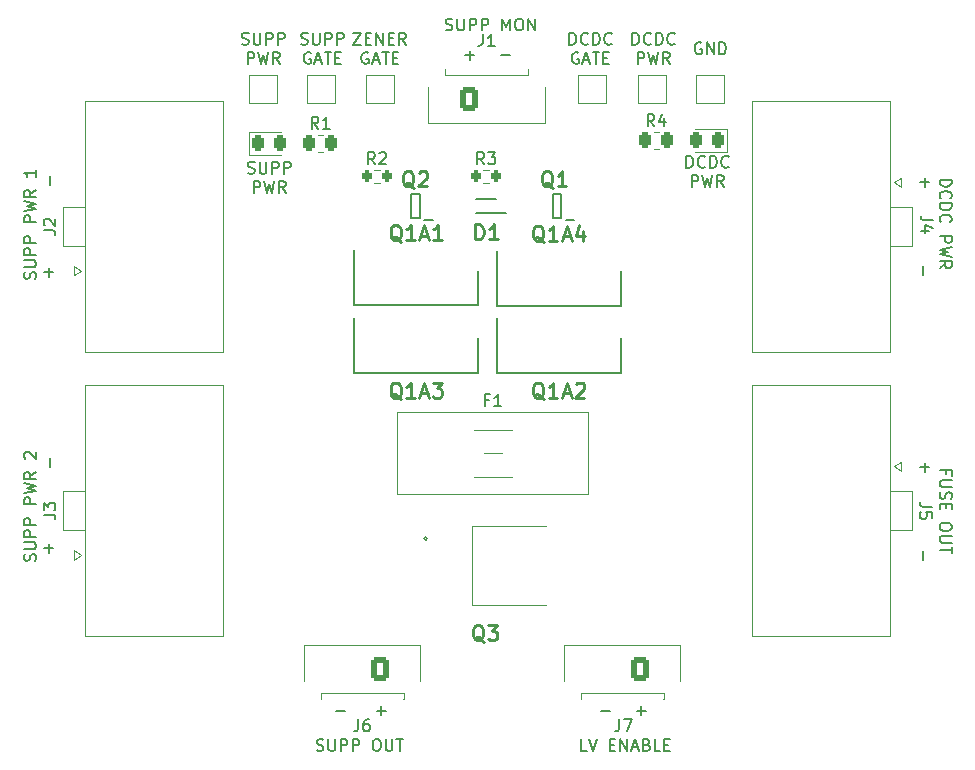
<source format=gto>
G04 #@! TF.GenerationSoftware,KiCad,Pcbnew,7.0.2*
G04 #@! TF.CreationDate,2023-08-29T10:55:17-05:00*
G04 #@! TF.ProjectId,Power-Secondary,506f7765-722d-4536-9563-6f6e64617279,rev?*
G04 #@! TF.SameCoordinates,Original*
G04 #@! TF.FileFunction,Legend,Top*
G04 #@! TF.FilePolarity,Positive*
%FSLAX46Y46*%
G04 Gerber Fmt 4.6, Leading zero omitted, Abs format (unit mm)*
G04 Created by KiCad (PCBNEW 7.0.2) date 2023-08-29 10:55:17*
%MOMM*%
%LPD*%
G01*
G04 APERTURE LIST*
G04 Aperture macros list*
%AMRoundRect*
0 Rectangle with rounded corners*
0 $1 Rounding radius*
0 $2 $3 $4 $5 $6 $7 $8 $9 X,Y pos of 4 corners*
0 Add a 4 corners polygon primitive as box body*
4,1,4,$2,$3,$4,$5,$6,$7,$8,$9,$2,$3,0*
0 Add four circle primitives for the rounded corners*
1,1,$1+$1,$2,$3*
1,1,$1+$1,$4,$5*
1,1,$1+$1,$6,$7*
1,1,$1+$1,$8,$9*
0 Add four rect primitives between the rounded corners*
20,1,$1+$1,$2,$3,$4,$5,0*
20,1,$1+$1,$4,$5,$6,$7,0*
20,1,$1+$1,$6,$7,$8,$9,0*
20,1,$1+$1,$8,$9,$2,$3,0*%
G04 Aperture macros list end*
%ADD10C,0.150000*%
%ADD11C,0.254000*%
%ADD12C,0.200000*%
%ADD13C,0.120000*%
%ADD14C,0.100000*%
%ADD15C,3.000000*%
%ADD16R,2.085000X2.085000*%
%ADD17C,2.085000*%
%ADD18R,3.430000X3.780000*%
%ADD19RoundRect,0.243750X-0.243750X-0.456250X0.243750X-0.456250X0.243750X0.456250X-0.243750X0.456250X0*%
%ADD20RoundRect,0.200000X-0.200000X-0.275000X0.200000X-0.275000X0.200000X0.275000X-0.200000X0.275000X0*%
%ADD21R,2.000000X2.000000*%
%ADD22R,0.750000X0.400000*%
%ADD23C,1.270000*%
%ADD24RoundRect,0.250001X0.499999X0.759999X-0.499999X0.759999X-0.499999X-0.759999X0.499999X-0.759999X0*%
%ADD25O,1.500000X2.020000*%
%ADD26C,2.780000*%
%ADD27RoundRect,0.243750X0.243750X0.456250X-0.243750X0.456250X-0.243750X-0.456250X0.243750X-0.456250X0*%
%ADD28RoundRect,0.250000X0.262500X0.450000X-0.262500X0.450000X-0.262500X-0.450000X0.262500X-0.450000X0*%
%ADD29R,1.100000X0.500000*%
%ADD30RoundRect,0.250001X-0.499999X-0.759999X0.499999X-0.759999X0.499999X0.759999X-0.499999X0.759999X0*%
%ADD31R,2.850000X1.250000*%
%ADD32R,6.500000X5.550000*%
%ADD33RoundRect,0.250000X-0.262500X-0.450000X0.262500X-0.450000X0.262500X0.450000X-0.262500X0.450000X0*%
G04 APERTURE END LIST*
D10*
X166010666Y-92011904D02*
X166010666Y-91250000D01*
X108316476Y-48296000D02*
X108459333Y-48343619D01*
X108459333Y-48343619D02*
X108697428Y-48343619D01*
X108697428Y-48343619D02*
X108792666Y-48296000D01*
X108792666Y-48296000D02*
X108840285Y-48248380D01*
X108840285Y-48248380D02*
X108887904Y-48153142D01*
X108887904Y-48153142D02*
X108887904Y-48057904D01*
X108887904Y-48057904D02*
X108840285Y-47962666D01*
X108840285Y-47962666D02*
X108792666Y-47915047D01*
X108792666Y-47915047D02*
X108697428Y-47867428D01*
X108697428Y-47867428D02*
X108506952Y-47819809D01*
X108506952Y-47819809D02*
X108411714Y-47772190D01*
X108411714Y-47772190D02*
X108364095Y-47724571D01*
X108364095Y-47724571D02*
X108316476Y-47629333D01*
X108316476Y-47629333D02*
X108316476Y-47534095D01*
X108316476Y-47534095D02*
X108364095Y-47438857D01*
X108364095Y-47438857D02*
X108411714Y-47391238D01*
X108411714Y-47391238D02*
X108506952Y-47343619D01*
X108506952Y-47343619D02*
X108745047Y-47343619D01*
X108745047Y-47343619D02*
X108887904Y-47391238D01*
X109316476Y-47343619D02*
X109316476Y-48153142D01*
X109316476Y-48153142D02*
X109364095Y-48248380D01*
X109364095Y-48248380D02*
X109411714Y-48296000D01*
X109411714Y-48296000D02*
X109506952Y-48343619D01*
X109506952Y-48343619D02*
X109697428Y-48343619D01*
X109697428Y-48343619D02*
X109792666Y-48296000D01*
X109792666Y-48296000D02*
X109840285Y-48248380D01*
X109840285Y-48248380D02*
X109887904Y-48153142D01*
X109887904Y-48153142D02*
X109887904Y-47343619D01*
X110364095Y-48343619D02*
X110364095Y-47343619D01*
X110364095Y-47343619D02*
X110745047Y-47343619D01*
X110745047Y-47343619D02*
X110840285Y-47391238D01*
X110840285Y-47391238D02*
X110887904Y-47438857D01*
X110887904Y-47438857D02*
X110935523Y-47534095D01*
X110935523Y-47534095D02*
X110935523Y-47676952D01*
X110935523Y-47676952D02*
X110887904Y-47772190D01*
X110887904Y-47772190D02*
X110840285Y-47819809D01*
X110840285Y-47819809D02*
X110745047Y-47867428D01*
X110745047Y-47867428D02*
X110364095Y-47867428D01*
X111364095Y-48343619D02*
X111364095Y-47343619D01*
X111364095Y-47343619D02*
X111745047Y-47343619D01*
X111745047Y-47343619D02*
X111840285Y-47391238D01*
X111840285Y-47391238D02*
X111887904Y-47438857D01*
X111887904Y-47438857D02*
X111935523Y-47534095D01*
X111935523Y-47534095D02*
X111935523Y-47676952D01*
X111935523Y-47676952D02*
X111887904Y-47772190D01*
X111887904Y-47772190D02*
X111840285Y-47819809D01*
X111840285Y-47819809D02*
X111745047Y-47867428D01*
X111745047Y-47867428D02*
X111364095Y-47867428D01*
X108792667Y-49963619D02*
X108792667Y-48963619D01*
X108792667Y-48963619D02*
X109173619Y-48963619D01*
X109173619Y-48963619D02*
X109268857Y-49011238D01*
X109268857Y-49011238D02*
X109316476Y-49058857D01*
X109316476Y-49058857D02*
X109364095Y-49154095D01*
X109364095Y-49154095D02*
X109364095Y-49296952D01*
X109364095Y-49296952D02*
X109316476Y-49392190D01*
X109316476Y-49392190D02*
X109268857Y-49439809D01*
X109268857Y-49439809D02*
X109173619Y-49487428D01*
X109173619Y-49487428D02*
X108792667Y-49487428D01*
X109697429Y-48963619D02*
X109935524Y-49963619D01*
X109935524Y-49963619D02*
X110126000Y-49249333D01*
X110126000Y-49249333D02*
X110316476Y-49963619D01*
X110316476Y-49963619D02*
X110554572Y-48963619D01*
X111506952Y-49963619D02*
X111173619Y-49487428D01*
X110935524Y-49963619D02*
X110935524Y-48963619D01*
X110935524Y-48963619D02*
X111316476Y-48963619D01*
X111316476Y-48963619D02*
X111411714Y-49011238D01*
X111411714Y-49011238D02*
X111459333Y-49058857D01*
X111459333Y-49058857D02*
X111506952Y-49154095D01*
X111506952Y-49154095D02*
X111506952Y-49296952D01*
X111506952Y-49296952D02*
X111459333Y-49392190D01*
X111459333Y-49392190D02*
X111411714Y-49439809D01*
X111411714Y-49439809D02*
X111316476Y-49487428D01*
X111316476Y-49487428D02*
X110935524Y-49487428D01*
X125556476Y-47089000D02*
X125699333Y-47136619D01*
X125699333Y-47136619D02*
X125937428Y-47136619D01*
X125937428Y-47136619D02*
X126032666Y-47089000D01*
X126032666Y-47089000D02*
X126080285Y-47041380D01*
X126080285Y-47041380D02*
X126127904Y-46946142D01*
X126127904Y-46946142D02*
X126127904Y-46850904D01*
X126127904Y-46850904D02*
X126080285Y-46755666D01*
X126080285Y-46755666D02*
X126032666Y-46708047D01*
X126032666Y-46708047D02*
X125937428Y-46660428D01*
X125937428Y-46660428D02*
X125746952Y-46612809D01*
X125746952Y-46612809D02*
X125651714Y-46565190D01*
X125651714Y-46565190D02*
X125604095Y-46517571D01*
X125604095Y-46517571D02*
X125556476Y-46422333D01*
X125556476Y-46422333D02*
X125556476Y-46327095D01*
X125556476Y-46327095D02*
X125604095Y-46231857D01*
X125604095Y-46231857D02*
X125651714Y-46184238D01*
X125651714Y-46184238D02*
X125746952Y-46136619D01*
X125746952Y-46136619D02*
X125985047Y-46136619D01*
X125985047Y-46136619D02*
X126127904Y-46184238D01*
X126556476Y-46136619D02*
X126556476Y-46946142D01*
X126556476Y-46946142D02*
X126604095Y-47041380D01*
X126604095Y-47041380D02*
X126651714Y-47089000D01*
X126651714Y-47089000D02*
X126746952Y-47136619D01*
X126746952Y-47136619D02*
X126937428Y-47136619D01*
X126937428Y-47136619D02*
X127032666Y-47089000D01*
X127032666Y-47089000D02*
X127080285Y-47041380D01*
X127080285Y-47041380D02*
X127127904Y-46946142D01*
X127127904Y-46946142D02*
X127127904Y-46136619D01*
X127604095Y-47136619D02*
X127604095Y-46136619D01*
X127604095Y-46136619D02*
X127985047Y-46136619D01*
X127985047Y-46136619D02*
X128080285Y-46184238D01*
X128080285Y-46184238D02*
X128127904Y-46231857D01*
X128127904Y-46231857D02*
X128175523Y-46327095D01*
X128175523Y-46327095D02*
X128175523Y-46469952D01*
X128175523Y-46469952D02*
X128127904Y-46565190D01*
X128127904Y-46565190D02*
X128080285Y-46612809D01*
X128080285Y-46612809D02*
X127985047Y-46660428D01*
X127985047Y-46660428D02*
X127604095Y-46660428D01*
X128604095Y-47136619D02*
X128604095Y-46136619D01*
X128604095Y-46136619D02*
X128985047Y-46136619D01*
X128985047Y-46136619D02*
X129080285Y-46184238D01*
X129080285Y-46184238D02*
X129127904Y-46231857D01*
X129127904Y-46231857D02*
X129175523Y-46327095D01*
X129175523Y-46327095D02*
X129175523Y-46469952D01*
X129175523Y-46469952D02*
X129127904Y-46565190D01*
X129127904Y-46565190D02*
X129080285Y-46612809D01*
X129080285Y-46612809D02*
X128985047Y-46660428D01*
X128985047Y-46660428D02*
X128604095Y-46660428D01*
X130366000Y-47136619D02*
X130366000Y-46136619D01*
X130366000Y-46136619D02*
X130699333Y-46850904D01*
X130699333Y-46850904D02*
X131032666Y-46136619D01*
X131032666Y-46136619D02*
X131032666Y-47136619D01*
X131699333Y-46136619D02*
X131889809Y-46136619D01*
X131889809Y-46136619D02*
X131985047Y-46184238D01*
X131985047Y-46184238D02*
X132080285Y-46279476D01*
X132080285Y-46279476D02*
X132127904Y-46469952D01*
X132127904Y-46469952D02*
X132127904Y-46803285D01*
X132127904Y-46803285D02*
X132080285Y-46993761D01*
X132080285Y-46993761D02*
X131985047Y-47089000D01*
X131985047Y-47089000D02*
X131889809Y-47136619D01*
X131889809Y-47136619D02*
X131699333Y-47136619D01*
X131699333Y-47136619D02*
X131604095Y-47089000D01*
X131604095Y-47089000D02*
X131508857Y-46993761D01*
X131508857Y-46993761D02*
X131461238Y-46803285D01*
X131461238Y-46803285D02*
X131461238Y-46469952D01*
X131461238Y-46469952D02*
X131508857Y-46279476D01*
X131508857Y-46279476D02*
X131604095Y-46184238D01*
X131604095Y-46184238D02*
X131699333Y-46136619D01*
X132556476Y-47136619D02*
X132556476Y-46136619D01*
X132556476Y-46136619D02*
X133127904Y-47136619D01*
X133127904Y-47136619D02*
X133127904Y-46136619D01*
X131011904Y-49253333D02*
X130250000Y-49253333D01*
X91568095Y-90984666D02*
X92330000Y-90984666D01*
X91949047Y-91365619D02*
X91949047Y-90603714D01*
X165736095Y-59996666D02*
X166498000Y-59996666D01*
X166117047Y-60377619D02*
X166117047Y-59615714D01*
X166010666Y-67881904D02*
X166010666Y-67120000D01*
X127238095Y-49246666D02*
X128000000Y-49246666D01*
X127619047Y-49627619D02*
X127619047Y-48865714D01*
X141384095Y-48343619D02*
X141384095Y-47343619D01*
X141384095Y-47343619D02*
X141622190Y-47343619D01*
X141622190Y-47343619D02*
X141765047Y-47391238D01*
X141765047Y-47391238D02*
X141860285Y-47486476D01*
X141860285Y-47486476D02*
X141907904Y-47581714D01*
X141907904Y-47581714D02*
X141955523Y-47772190D01*
X141955523Y-47772190D02*
X141955523Y-47915047D01*
X141955523Y-47915047D02*
X141907904Y-48105523D01*
X141907904Y-48105523D02*
X141860285Y-48200761D01*
X141860285Y-48200761D02*
X141765047Y-48296000D01*
X141765047Y-48296000D02*
X141622190Y-48343619D01*
X141622190Y-48343619D02*
X141384095Y-48343619D01*
X142955523Y-48248380D02*
X142907904Y-48296000D01*
X142907904Y-48296000D02*
X142765047Y-48343619D01*
X142765047Y-48343619D02*
X142669809Y-48343619D01*
X142669809Y-48343619D02*
X142526952Y-48296000D01*
X142526952Y-48296000D02*
X142431714Y-48200761D01*
X142431714Y-48200761D02*
X142384095Y-48105523D01*
X142384095Y-48105523D02*
X142336476Y-47915047D01*
X142336476Y-47915047D02*
X142336476Y-47772190D01*
X142336476Y-47772190D02*
X142384095Y-47581714D01*
X142384095Y-47581714D02*
X142431714Y-47486476D01*
X142431714Y-47486476D02*
X142526952Y-47391238D01*
X142526952Y-47391238D02*
X142669809Y-47343619D01*
X142669809Y-47343619D02*
X142765047Y-47343619D01*
X142765047Y-47343619D02*
X142907904Y-47391238D01*
X142907904Y-47391238D02*
X142955523Y-47438857D01*
X143384095Y-48343619D02*
X143384095Y-47343619D01*
X143384095Y-47343619D02*
X143622190Y-47343619D01*
X143622190Y-47343619D02*
X143765047Y-47391238D01*
X143765047Y-47391238D02*
X143860285Y-47486476D01*
X143860285Y-47486476D02*
X143907904Y-47581714D01*
X143907904Y-47581714D02*
X143955523Y-47772190D01*
X143955523Y-47772190D02*
X143955523Y-47915047D01*
X143955523Y-47915047D02*
X143907904Y-48105523D01*
X143907904Y-48105523D02*
X143860285Y-48200761D01*
X143860285Y-48200761D02*
X143765047Y-48296000D01*
X143765047Y-48296000D02*
X143622190Y-48343619D01*
X143622190Y-48343619D02*
X143384095Y-48343619D01*
X144955523Y-48248380D02*
X144907904Y-48296000D01*
X144907904Y-48296000D02*
X144765047Y-48343619D01*
X144765047Y-48343619D02*
X144669809Y-48343619D01*
X144669809Y-48343619D02*
X144526952Y-48296000D01*
X144526952Y-48296000D02*
X144431714Y-48200761D01*
X144431714Y-48200761D02*
X144384095Y-48105523D01*
X144384095Y-48105523D02*
X144336476Y-47915047D01*
X144336476Y-47915047D02*
X144336476Y-47772190D01*
X144336476Y-47772190D02*
X144384095Y-47581714D01*
X144384095Y-47581714D02*
X144431714Y-47486476D01*
X144431714Y-47486476D02*
X144526952Y-47391238D01*
X144526952Y-47391238D02*
X144669809Y-47343619D01*
X144669809Y-47343619D02*
X144765047Y-47343619D01*
X144765047Y-47343619D02*
X144907904Y-47391238D01*
X144907904Y-47391238D02*
X144955523Y-47438857D01*
X141812667Y-49963619D02*
X141812667Y-48963619D01*
X141812667Y-48963619D02*
X142193619Y-48963619D01*
X142193619Y-48963619D02*
X142288857Y-49011238D01*
X142288857Y-49011238D02*
X142336476Y-49058857D01*
X142336476Y-49058857D02*
X142384095Y-49154095D01*
X142384095Y-49154095D02*
X142384095Y-49296952D01*
X142384095Y-49296952D02*
X142336476Y-49392190D01*
X142336476Y-49392190D02*
X142288857Y-49439809D01*
X142288857Y-49439809D02*
X142193619Y-49487428D01*
X142193619Y-49487428D02*
X141812667Y-49487428D01*
X142717429Y-48963619D02*
X142955524Y-49963619D01*
X142955524Y-49963619D02*
X143146000Y-49249333D01*
X143146000Y-49249333D02*
X143336476Y-49963619D01*
X143336476Y-49963619D02*
X143574572Y-48963619D01*
X144526952Y-49963619D02*
X144193619Y-49487428D01*
X143955524Y-49963619D02*
X143955524Y-48963619D01*
X143955524Y-48963619D02*
X144336476Y-48963619D01*
X144336476Y-48963619D02*
X144431714Y-49011238D01*
X144431714Y-49011238D02*
X144479333Y-49058857D01*
X144479333Y-49058857D02*
X144526952Y-49154095D01*
X144526952Y-49154095D02*
X144526952Y-49296952D01*
X144526952Y-49296952D02*
X144479333Y-49392190D01*
X144479333Y-49392190D02*
X144431714Y-49439809D01*
X144431714Y-49439809D02*
X144336476Y-49487428D01*
X144336476Y-49487428D02*
X143955524Y-49487428D01*
X117738095Y-47343619D02*
X118404761Y-47343619D01*
X118404761Y-47343619D02*
X117738095Y-48343619D01*
X117738095Y-48343619D02*
X118404761Y-48343619D01*
X118785714Y-47819809D02*
X119119047Y-47819809D01*
X119261904Y-48343619D02*
X118785714Y-48343619D01*
X118785714Y-48343619D02*
X118785714Y-47343619D01*
X118785714Y-47343619D02*
X119261904Y-47343619D01*
X119690476Y-48343619D02*
X119690476Y-47343619D01*
X119690476Y-47343619D02*
X120261904Y-48343619D01*
X120261904Y-48343619D02*
X120261904Y-47343619D01*
X120738095Y-47819809D02*
X121071428Y-47819809D01*
X121214285Y-48343619D02*
X120738095Y-48343619D01*
X120738095Y-48343619D02*
X120738095Y-47343619D01*
X120738095Y-47343619D02*
X121214285Y-47343619D01*
X122214285Y-48343619D02*
X121880952Y-47867428D01*
X121642857Y-48343619D02*
X121642857Y-47343619D01*
X121642857Y-47343619D02*
X122023809Y-47343619D01*
X122023809Y-47343619D02*
X122119047Y-47391238D01*
X122119047Y-47391238D02*
X122166666Y-47438857D01*
X122166666Y-47438857D02*
X122214285Y-47534095D01*
X122214285Y-47534095D02*
X122214285Y-47676952D01*
X122214285Y-47676952D02*
X122166666Y-47772190D01*
X122166666Y-47772190D02*
X122119047Y-47819809D01*
X122119047Y-47819809D02*
X122023809Y-47867428D01*
X122023809Y-47867428D02*
X121642857Y-47867428D01*
X118999999Y-49011238D02*
X118904761Y-48963619D01*
X118904761Y-48963619D02*
X118761904Y-48963619D01*
X118761904Y-48963619D02*
X118619047Y-49011238D01*
X118619047Y-49011238D02*
X118523809Y-49106476D01*
X118523809Y-49106476D02*
X118476190Y-49201714D01*
X118476190Y-49201714D02*
X118428571Y-49392190D01*
X118428571Y-49392190D02*
X118428571Y-49535047D01*
X118428571Y-49535047D02*
X118476190Y-49725523D01*
X118476190Y-49725523D02*
X118523809Y-49820761D01*
X118523809Y-49820761D02*
X118619047Y-49916000D01*
X118619047Y-49916000D02*
X118761904Y-49963619D01*
X118761904Y-49963619D02*
X118857142Y-49963619D01*
X118857142Y-49963619D02*
X118999999Y-49916000D01*
X118999999Y-49916000D02*
X119047618Y-49868380D01*
X119047618Y-49868380D02*
X119047618Y-49535047D01*
X119047618Y-49535047D02*
X118857142Y-49535047D01*
X119428571Y-49677904D02*
X119904761Y-49677904D01*
X119333333Y-49963619D02*
X119666666Y-48963619D01*
X119666666Y-48963619D02*
X119999999Y-49963619D01*
X120190476Y-48963619D02*
X120761904Y-48963619D01*
X120476190Y-49963619D02*
X120476190Y-48963619D01*
X121095238Y-49439809D02*
X121428571Y-49439809D01*
X121571428Y-49963619D02*
X121095238Y-49963619D01*
X121095238Y-49963619D02*
X121095238Y-48963619D01*
X121095238Y-48963619D02*
X121571428Y-48963619D01*
X114634476Y-108080000D02*
X114777333Y-108127619D01*
X114777333Y-108127619D02*
X115015428Y-108127619D01*
X115015428Y-108127619D02*
X115110666Y-108080000D01*
X115110666Y-108080000D02*
X115158285Y-108032380D01*
X115158285Y-108032380D02*
X115205904Y-107937142D01*
X115205904Y-107937142D02*
X115205904Y-107841904D01*
X115205904Y-107841904D02*
X115158285Y-107746666D01*
X115158285Y-107746666D02*
X115110666Y-107699047D01*
X115110666Y-107699047D02*
X115015428Y-107651428D01*
X115015428Y-107651428D02*
X114824952Y-107603809D01*
X114824952Y-107603809D02*
X114729714Y-107556190D01*
X114729714Y-107556190D02*
X114682095Y-107508571D01*
X114682095Y-107508571D02*
X114634476Y-107413333D01*
X114634476Y-107413333D02*
X114634476Y-107318095D01*
X114634476Y-107318095D02*
X114682095Y-107222857D01*
X114682095Y-107222857D02*
X114729714Y-107175238D01*
X114729714Y-107175238D02*
X114824952Y-107127619D01*
X114824952Y-107127619D02*
X115063047Y-107127619D01*
X115063047Y-107127619D02*
X115205904Y-107175238D01*
X115634476Y-107127619D02*
X115634476Y-107937142D01*
X115634476Y-107937142D02*
X115682095Y-108032380D01*
X115682095Y-108032380D02*
X115729714Y-108080000D01*
X115729714Y-108080000D02*
X115824952Y-108127619D01*
X115824952Y-108127619D02*
X116015428Y-108127619D01*
X116015428Y-108127619D02*
X116110666Y-108080000D01*
X116110666Y-108080000D02*
X116158285Y-108032380D01*
X116158285Y-108032380D02*
X116205904Y-107937142D01*
X116205904Y-107937142D02*
X116205904Y-107127619D01*
X116682095Y-108127619D02*
X116682095Y-107127619D01*
X116682095Y-107127619D02*
X117063047Y-107127619D01*
X117063047Y-107127619D02*
X117158285Y-107175238D01*
X117158285Y-107175238D02*
X117205904Y-107222857D01*
X117205904Y-107222857D02*
X117253523Y-107318095D01*
X117253523Y-107318095D02*
X117253523Y-107460952D01*
X117253523Y-107460952D02*
X117205904Y-107556190D01*
X117205904Y-107556190D02*
X117158285Y-107603809D01*
X117158285Y-107603809D02*
X117063047Y-107651428D01*
X117063047Y-107651428D02*
X116682095Y-107651428D01*
X117682095Y-108127619D02*
X117682095Y-107127619D01*
X117682095Y-107127619D02*
X118063047Y-107127619D01*
X118063047Y-107127619D02*
X118158285Y-107175238D01*
X118158285Y-107175238D02*
X118205904Y-107222857D01*
X118205904Y-107222857D02*
X118253523Y-107318095D01*
X118253523Y-107318095D02*
X118253523Y-107460952D01*
X118253523Y-107460952D02*
X118205904Y-107556190D01*
X118205904Y-107556190D02*
X118158285Y-107603809D01*
X118158285Y-107603809D02*
X118063047Y-107651428D01*
X118063047Y-107651428D02*
X117682095Y-107651428D01*
X119634476Y-107127619D02*
X119824952Y-107127619D01*
X119824952Y-107127619D02*
X119920190Y-107175238D01*
X119920190Y-107175238D02*
X120015428Y-107270476D01*
X120015428Y-107270476D02*
X120063047Y-107460952D01*
X120063047Y-107460952D02*
X120063047Y-107794285D01*
X120063047Y-107794285D02*
X120015428Y-107984761D01*
X120015428Y-107984761D02*
X119920190Y-108080000D01*
X119920190Y-108080000D02*
X119824952Y-108127619D01*
X119824952Y-108127619D02*
X119634476Y-108127619D01*
X119634476Y-108127619D02*
X119539238Y-108080000D01*
X119539238Y-108080000D02*
X119444000Y-107984761D01*
X119444000Y-107984761D02*
X119396381Y-107794285D01*
X119396381Y-107794285D02*
X119396381Y-107460952D01*
X119396381Y-107460952D02*
X119444000Y-107270476D01*
X119444000Y-107270476D02*
X119539238Y-107175238D01*
X119539238Y-107175238D02*
X119634476Y-107127619D01*
X120491619Y-107127619D02*
X120491619Y-107937142D01*
X120491619Y-107937142D02*
X120539238Y-108032380D01*
X120539238Y-108032380D02*
X120586857Y-108080000D01*
X120586857Y-108080000D02*
X120682095Y-108127619D01*
X120682095Y-108127619D02*
X120872571Y-108127619D01*
X120872571Y-108127619D02*
X120967809Y-108080000D01*
X120967809Y-108080000D02*
X121015428Y-108032380D01*
X121015428Y-108032380D02*
X121063047Y-107937142D01*
X121063047Y-107937142D02*
X121063047Y-107127619D01*
X121396381Y-107127619D02*
X121967809Y-107127619D01*
X121682095Y-108127619D02*
X121682095Y-107127619D01*
X117011904Y-104753333D02*
X116250000Y-104753333D01*
X136050095Y-48343619D02*
X136050095Y-47343619D01*
X136050095Y-47343619D02*
X136288190Y-47343619D01*
X136288190Y-47343619D02*
X136431047Y-47391238D01*
X136431047Y-47391238D02*
X136526285Y-47486476D01*
X136526285Y-47486476D02*
X136573904Y-47581714D01*
X136573904Y-47581714D02*
X136621523Y-47772190D01*
X136621523Y-47772190D02*
X136621523Y-47915047D01*
X136621523Y-47915047D02*
X136573904Y-48105523D01*
X136573904Y-48105523D02*
X136526285Y-48200761D01*
X136526285Y-48200761D02*
X136431047Y-48296000D01*
X136431047Y-48296000D02*
X136288190Y-48343619D01*
X136288190Y-48343619D02*
X136050095Y-48343619D01*
X137621523Y-48248380D02*
X137573904Y-48296000D01*
X137573904Y-48296000D02*
X137431047Y-48343619D01*
X137431047Y-48343619D02*
X137335809Y-48343619D01*
X137335809Y-48343619D02*
X137192952Y-48296000D01*
X137192952Y-48296000D02*
X137097714Y-48200761D01*
X137097714Y-48200761D02*
X137050095Y-48105523D01*
X137050095Y-48105523D02*
X137002476Y-47915047D01*
X137002476Y-47915047D02*
X137002476Y-47772190D01*
X137002476Y-47772190D02*
X137050095Y-47581714D01*
X137050095Y-47581714D02*
X137097714Y-47486476D01*
X137097714Y-47486476D02*
X137192952Y-47391238D01*
X137192952Y-47391238D02*
X137335809Y-47343619D01*
X137335809Y-47343619D02*
X137431047Y-47343619D01*
X137431047Y-47343619D02*
X137573904Y-47391238D01*
X137573904Y-47391238D02*
X137621523Y-47438857D01*
X138050095Y-48343619D02*
X138050095Y-47343619D01*
X138050095Y-47343619D02*
X138288190Y-47343619D01*
X138288190Y-47343619D02*
X138431047Y-47391238D01*
X138431047Y-47391238D02*
X138526285Y-47486476D01*
X138526285Y-47486476D02*
X138573904Y-47581714D01*
X138573904Y-47581714D02*
X138621523Y-47772190D01*
X138621523Y-47772190D02*
X138621523Y-47915047D01*
X138621523Y-47915047D02*
X138573904Y-48105523D01*
X138573904Y-48105523D02*
X138526285Y-48200761D01*
X138526285Y-48200761D02*
X138431047Y-48296000D01*
X138431047Y-48296000D02*
X138288190Y-48343619D01*
X138288190Y-48343619D02*
X138050095Y-48343619D01*
X139621523Y-48248380D02*
X139573904Y-48296000D01*
X139573904Y-48296000D02*
X139431047Y-48343619D01*
X139431047Y-48343619D02*
X139335809Y-48343619D01*
X139335809Y-48343619D02*
X139192952Y-48296000D01*
X139192952Y-48296000D02*
X139097714Y-48200761D01*
X139097714Y-48200761D02*
X139050095Y-48105523D01*
X139050095Y-48105523D02*
X139002476Y-47915047D01*
X139002476Y-47915047D02*
X139002476Y-47772190D01*
X139002476Y-47772190D02*
X139050095Y-47581714D01*
X139050095Y-47581714D02*
X139097714Y-47486476D01*
X139097714Y-47486476D02*
X139192952Y-47391238D01*
X139192952Y-47391238D02*
X139335809Y-47343619D01*
X139335809Y-47343619D02*
X139431047Y-47343619D01*
X139431047Y-47343619D02*
X139573904Y-47391238D01*
X139573904Y-47391238D02*
X139621523Y-47438857D01*
X136811999Y-49011238D02*
X136716761Y-48963619D01*
X136716761Y-48963619D02*
X136573904Y-48963619D01*
X136573904Y-48963619D02*
X136431047Y-49011238D01*
X136431047Y-49011238D02*
X136335809Y-49106476D01*
X136335809Y-49106476D02*
X136288190Y-49201714D01*
X136288190Y-49201714D02*
X136240571Y-49392190D01*
X136240571Y-49392190D02*
X136240571Y-49535047D01*
X136240571Y-49535047D02*
X136288190Y-49725523D01*
X136288190Y-49725523D02*
X136335809Y-49820761D01*
X136335809Y-49820761D02*
X136431047Y-49916000D01*
X136431047Y-49916000D02*
X136573904Y-49963619D01*
X136573904Y-49963619D02*
X136669142Y-49963619D01*
X136669142Y-49963619D02*
X136811999Y-49916000D01*
X136811999Y-49916000D02*
X136859618Y-49868380D01*
X136859618Y-49868380D02*
X136859618Y-49535047D01*
X136859618Y-49535047D02*
X136669142Y-49535047D01*
X137240571Y-49677904D02*
X137716761Y-49677904D01*
X137145333Y-49963619D02*
X137478666Y-48963619D01*
X137478666Y-48963619D02*
X137811999Y-49963619D01*
X138002476Y-48963619D02*
X138573904Y-48963619D01*
X138288190Y-49963619D02*
X138288190Y-48963619D01*
X138907238Y-49439809D02*
X139240571Y-49439809D01*
X139383428Y-49963619D02*
X138907238Y-49963619D01*
X138907238Y-49963619D02*
X138907238Y-48963619D01*
X138907238Y-48963619D02*
X139383428Y-48963619D01*
X145956095Y-58757619D02*
X145956095Y-57757619D01*
X145956095Y-57757619D02*
X146194190Y-57757619D01*
X146194190Y-57757619D02*
X146337047Y-57805238D01*
X146337047Y-57805238D02*
X146432285Y-57900476D01*
X146432285Y-57900476D02*
X146479904Y-57995714D01*
X146479904Y-57995714D02*
X146527523Y-58186190D01*
X146527523Y-58186190D02*
X146527523Y-58329047D01*
X146527523Y-58329047D02*
X146479904Y-58519523D01*
X146479904Y-58519523D02*
X146432285Y-58614761D01*
X146432285Y-58614761D02*
X146337047Y-58710000D01*
X146337047Y-58710000D02*
X146194190Y-58757619D01*
X146194190Y-58757619D02*
X145956095Y-58757619D01*
X147527523Y-58662380D02*
X147479904Y-58710000D01*
X147479904Y-58710000D02*
X147337047Y-58757619D01*
X147337047Y-58757619D02*
X147241809Y-58757619D01*
X147241809Y-58757619D02*
X147098952Y-58710000D01*
X147098952Y-58710000D02*
X147003714Y-58614761D01*
X147003714Y-58614761D02*
X146956095Y-58519523D01*
X146956095Y-58519523D02*
X146908476Y-58329047D01*
X146908476Y-58329047D02*
X146908476Y-58186190D01*
X146908476Y-58186190D02*
X146956095Y-57995714D01*
X146956095Y-57995714D02*
X147003714Y-57900476D01*
X147003714Y-57900476D02*
X147098952Y-57805238D01*
X147098952Y-57805238D02*
X147241809Y-57757619D01*
X147241809Y-57757619D02*
X147337047Y-57757619D01*
X147337047Y-57757619D02*
X147479904Y-57805238D01*
X147479904Y-57805238D02*
X147527523Y-57852857D01*
X147956095Y-58757619D02*
X147956095Y-57757619D01*
X147956095Y-57757619D02*
X148194190Y-57757619D01*
X148194190Y-57757619D02*
X148337047Y-57805238D01*
X148337047Y-57805238D02*
X148432285Y-57900476D01*
X148432285Y-57900476D02*
X148479904Y-57995714D01*
X148479904Y-57995714D02*
X148527523Y-58186190D01*
X148527523Y-58186190D02*
X148527523Y-58329047D01*
X148527523Y-58329047D02*
X148479904Y-58519523D01*
X148479904Y-58519523D02*
X148432285Y-58614761D01*
X148432285Y-58614761D02*
X148337047Y-58710000D01*
X148337047Y-58710000D02*
X148194190Y-58757619D01*
X148194190Y-58757619D02*
X147956095Y-58757619D01*
X149527523Y-58662380D02*
X149479904Y-58710000D01*
X149479904Y-58710000D02*
X149337047Y-58757619D01*
X149337047Y-58757619D02*
X149241809Y-58757619D01*
X149241809Y-58757619D02*
X149098952Y-58710000D01*
X149098952Y-58710000D02*
X149003714Y-58614761D01*
X149003714Y-58614761D02*
X148956095Y-58519523D01*
X148956095Y-58519523D02*
X148908476Y-58329047D01*
X148908476Y-58329047D02*
X148908476Y-58186190D01*
X148908476Y-58186190D02*
X148956095Y-57995714D01*
X148956095Y-57995714D02*
X149003714Y-57900476D01*
X149003714Y-57900476D02*
X149098952Y-57805238D01*
X149098952Y-57805238D02*
X149241809Y-57757619D01*
X149241809Y-57757619D02*
X149337047Y-57757619D01*
X149337047Y-57757619D02*
X149479904Y-57805238D01*
X149479904Y-57805238D02*
X149527523Y-57852857D01*
X146384667Y-60377619D02*
X146384667Y-59377619D01*
X146384667Y-59377619D02*
X146765619Y-59377619D01*
X146765619Y-59377619D02*
X146860857Y-59425238D01*
X146860857Y-59425238D02*
X146908476Y-59472857D01*
X146908476Y-59472857D02*
X146956095Y-59568095D01*
X146956095Y-59568095D02*
X146956095Y-59710952D01*
X146956095Y-59710952D02*
X146908476Y-59806190D01*
X146908476Y-59806190D02*
X146860857Y-59853809D01*
X146860857Y-59853809D02*
X146765619Y-59901428D01*
X146765619Y-59901428D02*
X146384667Y-59901428D01*
X147289429Y-59377619D02*
X147527524Y-60377619D01*
X147527524Y-60377619D02*
X147718000Y-59663333D01*
X147718000Y-59663333D02*
X147908476Y-60377619D01*
X147908476Y-60377619D02*
X148146572Y-59377619D01*
X149098952Y-60377619D02*
X148765619Y-59901428D01*
X148527524Y-60377619D02*
X148527524Y-59377619D01*
X148527524Y-59377619D02*
X148908476Y-59377619D01*
X148908476Y-59377619D02*
X149003714Y-59425238D01*
X149003714Y-59425238D02*
X149051333Y-59472857D01*
X149051333Y-59472857D02*
X149098952Y-59568095D01*
X149098952Y-59568095D02*
X149098952Y-59710952D01*
X149098952Y-59710952D02*
X149051333Y-59806190D01*
X149051333Y-59806190D02*
X149003714Y-59853809D01*
X149003714Y-59853809D02*
X148908476Y-59901428D01*
X148908476Y-59901428D02*
X148527524Y-59901428D01*
X167922190Y-84693428D02*
X167922190Y-84360095D01*
X167398380Y-84360095D02*
X168398380Y-84360095D01*
X168398380Y-84360095D02*
X168398380Y-84836285D01*
X168398380Y-85217238D02*
X167588857Y-85217238D01*
X167588857Y-85217238D02*
X167493619Y-85264857D01*
X167493619Y-85264857D02*
X167446000Y-85312476D01*
X167446000Y-85312476D02*
X167398380Y-85407714D01*
X167398380Y-85407714D02*
X167398380Y-85598190D01*
X167398380Y-85598190D02*
X167446000Y-85693428D01*
X167446000Y-85693428D02*
X167493619Y-85741047D01*
X167493619Y-85741047D02*
X167588857Y-85788666D01*
X167588857Y-85788666D02*
X168398380Y-85788666D01*
X167446000Y-86217238D02*
X167398380Y-86360095D01*
X167398380Y-86360095D02*
X167398380Y-86598190D01*
X167398380Y-86598190D02*
X167446000Y-86693428D01*
X167446000Y-86693428D02*
X167493619Y-86741047D01*
X167493619Y-86741047D02*
X167588857Y-86788666D01*
X167588857Y-86788666D02*
X167684095Y-86788666D01*
X167684095Y-86788666D02*
X167779333Y-86741047D01*
X167779333Y-86741047D02*
X167826952Y-86693428D01*
X167826952Y-86693428D02*
X167874571Y-86598190D01*
X167874571Y-86598190D02*
X167922190Y-86407714D01*
X167922190Y-86407714D02*
X167969809Y-86312476D01*
X167969809Y-86312476D02*
X168017428Y-86264857D01*
X168017428Y-86264857D02*
X168112666Y-86217238D01*
X168112666Y-86217238D02*
X168207904Y-86217238D01*
X168207904Y-86217238D02*
X168303142Y-86264857D01*
X168303142Y-86264857D02*
X168350761Y-86312476D01*
X168350761Y-86312476D02*
X168398380Y-86407714D01*
X168398380Y-86407714D02*
X168398380Y-86645809D01*
X168398380Y-86645809D02*
X168350761Y-86788666D01*
X167922190Y-87217238D02*
X167922190Y-87550571D01*
X167398380Y-87693428D02*
X167398380Y-87217238D01*
X167398380Y-87217238D02*
X168398380Y-87217238D01*
X168398380Y-87217238D02*
X168398380Y-87693428D01*
X168398380Y-89074381D02*
X168398380Y-89264857D01*
X168398380Y-89264857D02*
X168350761Y-89360095D01*
X168350761Y-89360095D02*
X168255523Y-89455333D01*
X168255523Y-89455333D02*
X168065047Y-89502952D01*
X168065047Y-89502952D02*
X167731714Y-89502952D01*
X167731714Y-89502952D02*
X167541238Y-89455333D01*
X167541238Y-89455333D02*
X167446000Y-89360095D01*
X167446000Y-89360095D02*
X167398380Y-89264857D01*
X167398380Y-89264857D02*
X167398380Y-89074381D01*
X167398380Y-89074381D02*
X167446000Y-88979143D01*
X167446000Y-88979143D02*
X167541238Y-88883905D01*
X167541238Y-88883905D02*
X167731714Y-88836286D01*
X167731714Y-88836286D02*
X168065047Y-88836286D01*
X168065047Y-88836286D02*
X168255523Y-88883905D01*
X168255523Y-88883905D02*
X168350761Y-88979143D01*
X168350761Y-88979143D02*
X168398380Y-89074381D01*
X168398380Y-89931524D02*
X167588857Y-89931524D01*
X167588857Y-89931524D02*
X167493619Y-89979143D01*
X167493619Y-89979143D02*
X167446000Y-90026762D01*
X167446000Y-90026762D02*
X167398380Y-90122000D01*
X167398380Y-90122000D02*
X167398380Y-90312476D01*
X167398380Y-90312476D02*
X167446000Y-90407714D01*
X167446000Y-90407714D02*
X167493619Y-90455333D01*
X167493619Y-90455333D02*
X167588857Y-90502952D01*
X167588857Y-90502952D02*
X168398380Y-90502952D01*
X168398380Y-90836286D02*
X168398380Y-91407714D01*
X167398380Y-91122000D02*
X168398380Y-91122000D01*
X139511904Y-104753333D02*
X138750000Y-104753333D01*
X167398380Y-59784095D02*
X168398380Y-59784095D01*
X168398380Y-59784095D02*
X168398380Y-60022190D01*
X168398380Y-60022190D02*
X168350761Y-60165047D01*
X168350761Y-60165047D02*
X168255523Y-60260285D01*
X168255523Y-60260285D02*
X168160285Y-60307904D01*
X168160285Y-60307904D02*
X167969809Y-60355523D01*
X167969809Y-60355523D02*
X167826952Y-60355523D01*
X167826952Y-60355523D02*
X167636476Y-60307904D01*
X167636476Y-60307904D02*
X167541238Y-60260285D01*
X167541238Y-60260285D02*
X167446000Y-60165047D01*
X167446000Y-60165047D02*
X167398380Y-60022190D01*
X167398380Y-60022190D02*
X167398380Y-59784095D01*
X167493619Y-61355523D02*
X167446000Y-61307904D01*
X167446000Y-61307904D02*
X167398380Y-61165047D01*
X167398380Y-61165047D02*
X167398380Y-61069809D01*
X167398380Y-61069809D02*
X167446000Y-60926952D01*
X167446000Y-60926952D02*
X167541238Y-60831714D01*
X167541238Y-60831714D02*
X167636476Y-60784095D01*
X167636476Y-60784095D02*
X167826952Y-60736476D01*
X167826952Y-60736476D02*
X167969809Y-60736476D01*
X167969809Y-60736476D02*
X168160285Y-60784095D01*
X168160285Y-60784095D02*
X168255523Y-60831714D01*
X168255523Y-60831714D02*
X168350761Y-60926952D01*
X168350761Y-60926952D02*
X168398380Y-61069809D01*
X168398380Y-61069809D02*
X168398380Y-61165047D01*
X168398380Y-61165047D02*
X168350761Y-61307904D01*
X168350761Y-61307904D02*
X168303142Y-61355523D01*
X167398380Y-61784095D02*
X168398380Y-61784095D01*
X168398380Y-61784095D02*
X168398380Y-62022190D01*
X168398380Y-62022190D02*
X168350761Y-62165047D01*
X168350761Y-62165047D02*
X168255523Y-62260285D01*
X168255523Y-62260285D02*
X168160285Y-62307904D01*
X168160285Y-62307904D02*
X167969809Y-62355523D01*
X167969809Y-62355523D02*
X167826952Y-62355523D01*
X167826952Y-62355523D02*
X167636476Y-62307904D01*
X167636476Y-62307904D02*
X167541238Y-62260285D01*
X167541238Y-62260285D02*
X167446000Y-62165047D01*
X167446000Y-62165047D02*
X167398380Y-62022190D01*
X167398380Y-62022190D02*
X167398380Y-61784095D01*
X167493619Y-63355523D02*
X167446000Y-63307904D01*
X167446000Y-63307904D02*
X167398380Y-63165047D01*
X167398380Y-63165047D02*
X167398380Y-63069809D01*
X167398380Y-63069809D02*
X167446000Y-62926952D01*
X167446000Y-62926952D02*
X167541238Y-62831714D01*
X167541238Y-62831714D02*
X167636476Y-62784095D01*
X167636476Y-62784095D02*
X167826952Y-62736476D01*
X167826952Y-62736476D02*
X167969809Y-62736476D01*
X167969809Y-62736476D02*
X168160285Y-62784095D01*
X168160285Y-62784095D02*
X168255523Y-62831714D01*
X168255523Y-62831714D02*
X168350761Y-62926952D01*
X168350761Y-62926952D02*
X168398380Y-63069809D01*
X168398380Y-63069809D02*
X168398380Y-63165047D01*
X168398380Y-63165047D02*
X168350761Y-63307904D01*
X168350761Y-63307904D02*
X168303142Y-63355523D01*
X167398380Y-64546000D02*
X168398380Y-64546000D01*
X168398380Y-64546000D02*
X168398380Y-64926952D01*
X168398380Y-64926952D02*
X168350761Y-65022190D01*
X168350761Y-65022190D02*
X168303142Y-65069809D01*
X168303142Y-65069809D02*
X168207904Y-65117428D01*
X168207904Y-65117428D02*
X168065047Y-65117428D01*
X168065047Y-65117428D02*
X167969809Y-65069809D01*
X167969809Y-65069809D02*
X167922190Y-65022190D01*
X167922190Y-65022190D02*
X167874571Y-64926952D01*
X167874571Y-64926952D02*
X167874571Y-64546000D01*
X168398380Y-65450762D02*
X167398380Y-65688857D01*
X167398380Y-65688857D02*
X168112666Y-65879333D01*
X168112666Y-65879333D02*
X167398380Y-66069809D01*
X167398380Y-66069809D02*
X168398380Y-66307905D01*
X167398380Y-67260285D02*
X167874571Y-66926952D01*
X167398380Y-66688857D02*
X168398380Y-66688857D01*
X168398380Y-66688857D02*
X168398380Y-67069809D01*
X168398380Y-67069809D02*
X168350761Y-67165047D01*
X168350761Y-67165047D02*
X168303142Y-67212666D01*
X168303142Y-67212666D02*
X168207904Y-67260285D01*
X168207904Y-67260285D02*
X168065047Y-67260285D01*
X168065047Y-67260285D02*
X167969809Y-67212666D01*
X167969809Y-67212666D02*
X167922190Y-67165047D01*
X167922190Y-67165047D02*
X167874571Y-67069809D01*
X167874571Y-67069809D02*
X167874571Y-66688857D01*
X92096666Y-84137904D02*
X92096666Y-83376000D01*
X165736095Y-84126666D02*
X166498000Y-84126666D01*
X166117047Y-84507619D02*
X166117047Y-83745714D01*
X91568095Y-67616666D02*
X92330000Y-67616666D01*
X91949047Y-67997619D02*
X91949047Y-67235714D01*
X119738095Y-104746666D02*
X120500000Y-104746666D01*
X120119047Y-105127619D02*
X120119047Y-104365714D01*
X108824476Y-59218000D02*
X108967333Y-59265619D01*
X108967333Y-59265619D02*
X109205428Y-59265619D01*
X109205428Y-59265619D02*
X109300666Y-59218000D01*
X109300666Y-59218000D02*
X109348285Y-59170380D01*
X109348285Y-59170380D02*
X109395904Y-59075142D01*
X109395904Y-59075142D02*
X109395904Y-58979904D01*
X109395904Y-58979904D02*
X109348285Y-58884666D01*
X109348285Y-58884666D02*
X109300666Y-58837047D01*
X109300666Y-58837047D02*
X109205428Y-58789428D01*
X109205428Y-58789428D02*
X109014952Y-58741809D01*
X109014952Y-58741809D02*
X108919714Y-58694190D01*
X108919714Y-58694190D02*
X108872095Y-58646571D01*
X108872095Y-58646571D02*
X108824476Y-58551333D01*
X108824476Y-58551333D02*
X108824476Y-58456095D01*
X108824476Y-58456095D02*
X108872095Y-58360857D01*
X108872095Y-58360857D02*
X108919714Y-58313238D01*
X108919714Y-58313238D02*
X109014952Y-58265619D01*
X109014952Y-58265619D02*
X109253047Y-58265619D01*
X109253047Y-58265619D02*
X109395904Y-58313238D01*
X109824476Y-58265619D02*
X109824476Y-59075142D01*
X109824476Y-59075142D02*
X109872095Y-59170380D01*
X109872095Y-59170380D02*
X109919714Y-59218000D01*
X109919714Y-59218000D02*
X110014952Y-59265619D01*
X110014952Y-59265619D02*
X110205428Y-59265619D01*
X110205428Y-59265619D02*
X110300666Y-59218000D01*
X110300666Y-59218000D02*
X110348285Y-59170380D01*
X110348285Y-59170380D02*
X110395904Y-59075142D01*
X110395904Y-59075142D02*
X110395904Y-58265619D01*
X110872095Y-59265619D02*
X110872095Y-58265619D01*
X110872095Y-58265619D02*
X111253047Y-58265619D01*
X111253047Y-58265619D02*
X111348285Y-58313238D01*
X111348285Y-58313238D02*
X111395904Y-58360857D01*
X111395904Y-58360857D02*
X111443523Y-58456095D01*
X111443523Y-58456095D02*
X111443523Y-58598952D01*
X111443523Y-58598952D02*
X111395904Y-58694190D01*
X111395904Y-58694190D02*
X111348285Y-58741809D01*
X111348285Y-58741809D02*
X111253047Y-58789428D01*
X111253047Y-58789428D02*
X110872095Y-58789428D01*
X111872095Y-59265619D02*
X111872095Y-58265619D01*
X111872095Y-58265619D02*
X112253047Y-58265619D01*
X112253047Y-58265619D02*
X112348285Y-58313238D01*
X112348285Y-58313238D02*
X112395904Y-58360857D01*
X112395904Y-58360857D02*
X112443523Y-58456095D01*
X112443523Y-58456095D02*
X112443523Y-58598952D01*
X112443523Y-58598952D02*
X112395904Y-58694190D01*
X112395904Y-58694190D02*
X112348285Y-58741809D01*
X112348285Y-58741809D02*
X112253047Y-58789428D01*
X112253047Y-58789428D02*
X111872095Y-58789428D01*
X109300667Y-60885619D02*
X109300667Y-59885619D01*
X109300667Y-59885619D02*
X109681619Y-59885619D01*
X109681619Y-59885619D02*
X109776857Y-59933238D01*
X109776857Y-59933238D02*
X109824476Y-59980857D01*
X109824476Y-59980857D02*
X109872095Y-60076095D01*
X109872095Y-60076095D02*
X109872095Y-60218952D01*
X109872095Y-60218952D02*
X109824476Y-60314190D01*
X109824476Y-60314190D02*
X109776857Y-60361809D01*
X109776857Y-60361809D02*
X109681619Y-60409428D01*
X109681619Y-60409428D02*
X109300667Y-60409428D01*
X110205429Y-59885619D02*
X110443524Y-60885619D01*
X110443524Y-60885619D02*
X110634000Y-60171333D01*
X110634000Y-60171333D02*
X110824476Y-60885619D01*
X110824476Y-60885619D02*
X111062572Y-59885619D01*
X112014952Y-60885619D02*
X111681619Y-60409428D01*
X111443524Y-60885619D02*
X111443524Y-59885619D01*
X111443524Y-59885619D02*
X111824476Y-59885619D01*
X111824476Y-59885619D02*
X111919714Y-59933238D01*
X111919714Y-59933238D02*
X111967333Y-59980857D01*
X111967333Y-59980857D02*
X112014952Y-60076095D01*
X112014952Y-60076095D02*
X112014952Y-60218952D01*
X112014952Y-60218952D02*
X111967333Y-60314190D01*
X111967333Y-60314190D02*
X111919714Y-60361809D01*
X111919714Y-60361809D02*
X111824476Y-60409428D01*
X111824476Y-60409428D02*
X111443524Y-60409428D01*
X113317476Y-48296000D02*
X113460333Y-48343619D01*
X113460333Y-48343619D02*
X113698428Y-48343619D01*
X113698428Y-48343619D02*
X113793666Y-48296000D01*
X113793666Y-48296000D02*
X113841285Y-48248380D01*
X113841285Y-48248380D02*
X113888904Y-48153142D01*
X113888904Y-48153142D02*
X113888904Y-48057904D01*
X113888904Y-48057904D02*
X113841285Y-47962666D01*
X113841285Y-47962666D02*
X113793666Y-47915047D01*
X113793666Y-47915047D02*
X113698428Y-47867428D01*
X113698428Y-47867428D02*
X113507952Y-47819809D01*
X113507952Y-47819809D02*
X113412714Y-47772190D01*
X113412714Y-47772190D02*
X113365095Y-47724571D01*
X113365095Y-47724571D02*
X113317476Y-47629333D01*
X113317476Y-47629333D02*
X113317476Y-47534095D01*
X113317476Y-47534095D02*
X113365095Y-47438857D01*
X113365095Y-47438857D02*
X113412714Y-47391238D01*
X113412714Y-47391238D02*
X113507952Y-47343619D01*
X113507952Y-47343619D02*
X113746047Y-47343619D01*
X113746047Y-47343619D02*
X113888904Y-47391238D01*
X114317476Y-47343619D02*
X114317476Y-48153142D01*
X114317476Y-48153142D02*
X114365095Y-48248380D01*
X114365095Y-48248380D02*
X114412714Y-48296000D01*
X114412714Y-48296000D02*
X114507952Y-48343619D01*
X114507952Y-48343619D02*
X114698428Y-48343619D01*
X114698428Y-48343619D02*
X114793666Y-48296000D01*
X114793666Y-48296000D02*
X114841285Y-48248380D01*
X114841285Y-48248380D02*
X114888904Y-48153142D01*
X114888904Y-48153142D02*
X114888904Y-47343619D01*
X115365095Y-48343619D02*
X115365095Y-47343619D01*
X115365095Y-47343619D02*
X115746047Y-47343619D01*
X115746047Y-47343619D02*
X115841285Y-47391238D01*
X115841285Y-47391238D02*
X115888904Y-47438857D01*
X115888904Y-47438857D02*
X115936523Y-47534095D01*
X115936523Y-47534095D02*
X115936523Y-47676952D01*
X115936523Y-47676952D02*
X115888904Y-47772190D01*
X115888904Y-47772190D02*
X115841285Y-47819809D01*
X115841285Y-47819809D02*
X115746047Y-47867428D01*
X115746047Y-47867428D02*
X115365095Y-47867428D01*
X116365095Y-48343619D02*
X116365095Y-47343619D01*
X116365095Y-47343619D02*
X116746047Y-47343619D01*
X116746047Y-47343619D02*
X116841285Y-47391238D01*
X116841285Y-47391238D02*
X116888904Y-47438857D01*
X116888904Y-47438857D02*
X116936523Y-47534095D01*
X116936523Y-47534095D02*
X116936523Y-47676952D01*
X116936523Y-47676952D02*
X116888904Y-47772190D01*
X116888904Y-47772190D02*
X116841285Y-47819809D01*
X116841285Y-47819809D02*
X116746047Y-47867428D01*
X116746047Y-47867428D02*
X116365095Y-47867428D01*
X114126999Y-49011238D02*
X114031761Y-48963619D01*
X114031761Y-48963619D02*
X113888904Y-48963619D01*
X113888904Y-48963619D02*
X113746047Y-49011238D01*
X113746047Y-49011238D02*
X113650809Y-49106476D01*
X113650809Y-49106476D02*
X113603190Y-49201714D01*
X113603190Y-49201714D02*
X113555571Y-49392190D01*
X113555571Y-49392190D02*
X113555571Y-49535047D01*
X113555571Y-49535047D02*
X113603190Y-49725523D01*
X113603190Y-49725523D02*
X113650809Y-49820761D01*
X113650809Y-49820761D02*
X113746047Y-49916000D01*
X113746047Y-49916000D02*
X113888904Y-49963619D01*
X113888904Y-49963619D02*
X113984142Y-49963619D01*
X113984142Y-49963619D02*
X114126999Y-49916000D01*
X114126999Y-49916000D02*
X114174618Y-49868380D01*
X114174618Y-49868380D02*
X114174618Y-49535047D01*
X114174618Y-49535047D02*
X113984142Y-49535047D01*
X114555571Y-49677904D02*
X115031761Y-49677904D01*
X114460333Y-49963619D02*
X114793666Y-48963619D01*
X114793666Y-48963619D02*
X115126999Y-49963619D01*
X115317476Y-48963619D02*
X115888904Y-48963619D01*
X115603190Y-49963619D02*
X115603190Y-48963619D01*
X116222238Y-49439809D02*
X116555571Y-49439809D01*
X116698428Y-49963619D02*
X116222238Y-49963619D01*
X116222238Y-49963619D02*
X116222238Y-48963619D01*
X116222238Y-48963619D02*
X116698428Y-48963619D01*
X141738095Y-104746666D02*
X142500000Y-104746666D01*
X142119047Y-105127619D02*
X142119047Y-104365714D01*
X90830000Y-92059523D02*
X90877619Y-91916666D01*
X90877619Y-91916666D02*
X90877619Y-91678571D01*
X90877619Y-91678571D02*
X90830000Y-91583333D01*
X90830000Y-91583333D02*
X90782380Y-91535714D01*
X90782380Y-91535714D02*
X90687142Y-91488095D01*
X90687142Y-91488095D02*
X90591904Y-91488095D01*
X90591904Y-91488095D02*
X90496666Y-91535714D01*
X90496666Y-91535714D02*
X90449047Y-91583333D01*
X90449047Y-91583333D02*
X90401428Y-91678571D01*
X90401428Y-91678571D02*
X90353809Y-91869047D01*
X90353809Y-91869047D02*
X90306190Y-91964285D01*
X90306190Y-91964285D02*
X90258571Y-92011904D01*
X90258571Y-92011904D02*
X90163333Y-92059523D01*
X90163333Y-92059523D02*
X90068095Y-92059523D01*
X90068095Y-92059523D02*
X89972857Y-92011904D01*
X89972857Y-92011904D02*
X89925238Y-91964285D01*
X89925238Y-91964285D02*
X89877619Y-91869047D01*
X89877619Y-91869047D02*
X89877619Y-91630952D01*
X89877619Y-91630952D02*
X89925238Y-91488095D01*
X89877619Y-91059523D02*
X90687142Y-91059523D01*
X90687142Y-91059523D02*
X90782380Y-91011904D01*
X90782380Y-91011904D02*
X90830000Y-90964285D01*
X90830000Y-90964285D02*
X90877619Y-90869047D01*
X90877619Y-90869047D02*
X90877619Y-90678571D01*
X90877619Y-90678571D02*
X90830000Y-90583333D01*
X90830000Y-90583333D02*
X90782380Y-90535714D01*
X90782380Y-90535714D02*
X90687142Y-90488095D01*
X90687142Y-90488095D02*
X89877619Y-90488095D01*
X90877619Y-90011904D02*
X89877619Y-90011904D01*
X89877619Y-90011904D02*
X89877619Y-89630952D01*
X89877619Y-89630952D02*
X89925238Y-89535714D01*
X89925238Y-89535714D02*
X89972857Y-89488095D01*
X89972857Y-89488095D02*
X90068095Y-89440476D01*
X90068095Y-89440476D02*
X90210952Y-89440476D01*
X90210952Y-89440476D02*
X90306190Y-89488095D01*
X90306190Y-89488095D02*
X90353809Y-89535714D01*
X90353809Y-89535714D02*
X90401428Y-89630952D01*
X90401428Y-89630952D02*
X90401428Y-90011904D01*
X90877619Y-89011904D02*
X89877619Y-89011904D01*
X89877619Y-89011904D02*
X89877619Y-88630952D01*
X89877619Y-88630952D02*
X89925238Y-88535714D01*
X89925238Y-88535714D02*
X89972857Y-88488095D01*
X89972857Y-88488095D02*
X90068095Y-88440476D01*
X90068095Y-88440476D02*
X90210952Y-88440476D01*
X90210952Y-88440476D02*
X90306190Y-88488095D01*
X90306190Y-88488095D02*
X90353809Y-88535714D01*
X90353809Y-88535714D02*
X90401428Y-88630952D01*
X90401428Y-88630952D02*
X90401428Y-89011904D01*
X90877619Y-87249999D02*
X89877619Y-87249999D01*
X89877619Y-87249999D02*
X89877619Y-86869047D01*
X89877619Y-86869047D02*
X89925238Y-86773809D01*
X89925238Y-86773809D02*
X89972857Y-86726190D01*
X89972857Y-86726190D02*
X90068095Y-86678571D01*
X90068095Y-86678571D02*
X90210952Y-86678571D01*
X90210952Y-86678571D02*
X90306190Y-86726190D01*
X90306190Y-86726190D02*
X90353809Y-86773809D01*
X90353809Y-86773809D02*
X90401428Y-86869047D01*
X90401428Y-86869047D02*
X90401428Y-87249999D01*
X89877619Y-86345237D02*
X90877619Y-86107142D01*
X90877619Y-86107142D02*
X90163333Y-85916666D01*
X90163333Y-85916666D02*
X90877619Y-85726190D01*
X90877619Y-85726190D02*
X89877619Y-85488095D01*
X90877619Y-84535714D02*
X90401428Y-84869047D01*
X90877619Y-85107142D02*
X89877619Y-85107142D01*
X89877619Y-85107142D02*
X89877619Y-84726190D01*
X89877619Y-84726190D02*
X89925238Y-84630952D01*
X89925238Y-84630952D02*
X89972857Y-84583333D01*
X89972857Y-84583333D02*
X90068095Y-84535714D01*
X90068095Y-84535714D02*
X90210952Y-84535714D01*
X90210952Y-84535714D02*
X90306190Y-84583333D01*
X90306190Y-84583333D02*
X90353809Y-84630952D01*
X90353809Y-84630952D02*
X90401428Y-84726190D01*
X90401428Y-84726190D02*
X90401428Y-85107142D01*
X89972857Y-83392856D02*
X89925238Y-83345237D01*
X89925238Y-83345237D02*
X89877619Y-83249999D01*
X89877619Y-83249999D02*
X89877619Y-83011904D01*
X89877619Y-83011904D02*
X89925238Y-82916666D01*
X89925238Y-82916666D02*
X89972857Y-82869047D01*
X89972857Y-82869047D02*
X90068095Y-82821428D01*
X90068095Y-82821428D02*
X90163333Y-82821428D01*
X90163333Y-82821428D02*
X90306190Y-82869047D01*
X90306190Y-82869047D02*
X90877619Y-83440475D01*
X90877619Y-83440475D02*
X90877619Y-82821428D01*
X137510285Y-108127619D02*
X137034095Y-108127619D01*
X137034095Y-108127619D02*
X137034095Y-107127619D01*
X137700762Y-107127619D02*
X138034095Y-108127619D01*
X138034095Y-108127619D02*
X138367428Y-107127619D01*
X139462667Y-107603809D02*
X139796000Y-107603809D01*
X139938857Y-108127619D02*
X139462667Y-108127619D01*
X139462667Y-108127619D02*
X139462667Y-107127619D01*
X139462667Y-107127619D02*
X139938857Y-107127619D01*
X140367429Y-108127619D02*
X140367429Y-107127619D01*
X140367429Y-107127619D02*
X140938857Y-108127619D01*
X140938857Y-108127619D02*
X140938857Y-107127619D01*
X141367429Y-107841904D02*
X141843619Y-107841904D01*
X141272191Y-108127619D02*
X141605524Y-107127619D01*
X141605524Y-107127619D02*
X141938857Y-108127619D01*
X142605524Y-107603809D02*
X142748381Y-107651428D01*
X142748381Y-107651428D02*
X142796000Y-107699047D01*
X142796000Y-107699047D02*
X142843619Y-107794285D01*
X142843619Y-107794285D02*
X142843619Y-107937142D01*
X142843619Y-107937142D02*
X142796000Y-108032380D01*
X142796000Y-108032380D02*
X142748381Y-108080000D01*
X142748381Y-108080000D02*
X142653143Y-108127619D01*
X142653143Y-108127619D02*
X142272191Y-108127619D01*
X142272191Y-108127619D02*
X142272191Y-107127619D01*
X142272191Y-107127619D02*
X142605524Y-107127619D01*
X142605524Y-107127619D02*
X142700762Y-107175238D01*
X142700762Y-107175238D02*
X142748381Y-107222857D01*
X142748381Y-107222857D02*
X142796000Y-107318095D01*
X142796000Y-107318095D02*
X142796000Y-107413333D01*
X142796000Y-107413333D02*
X142748381Y-107508571D01*
X142748381Y-107508571D02*
X142700762Y-107556190D01*
X142700762Y-107556190D02*
X142605524Y-107603809D01*
X142605524Y-107603809D02*
X142272191Y-107603809D01*
X143748381Y-108127619D02*
X143272191Y-108127619D01*
X143272191Y-108127619D02*
X143272191Y-107127619D01*
X144081715Y-107603809D02*
X144415048Y-107603809D01*
X144557905Y-108127619D02*
X144081715Y-108127619D01*
X144081715Y-108127619D02*
X144081715Y-107127619D01*
X144081715Y-107127619D02*
X144557905Y-107127619D01*
X92096666Y-60261904D02*
X92096666Y-59500000D01*
X90830000Y-68183523D02*
X90877619Y-68040666D01*
X90877619Y-68040666D02*
X90877619Y-67802571D01*
X90877619Y-67802571D02*
X90830000Y-67707333D01*
X90830000Y-67707333D02*
X90782380Y-67659714D01*
X90782380Y-67659714D02*
X90687142Y-67612095D01*
X90687142Y-67612095D02*
X90591904Y-67612095D01*
X90591904Y-67612095D02*
X90496666Y-67659714D01*
X90496666Y-67659714D02*
X90449047Y-67707333D01*
X90449047Y-67707333D02*
X90401428Y-67802571D01*
X90401428Y-67802571D02*
X90353809Y-67993047D01*
X90353809Y-67993047D02*
X90306190Y-68088285D01*
X90306190Y-68088285D02*
X90258571Y-68135904D01*
X90258571Y-68135904D02*
X90163333Y-68183523D01*
X90163333Y-68183523D02*
X90068095Y-68183523D01*
X90068095Y-68183523D02*
X89972857Y-68135904D01*
X89972857Y-68135904D02*
X89925238Y-68088285D01*
X89925238Y-68088285D02*
X89877619Y-67993047D01*
X89877619Y-67993047D02*
X89877619Y-67754952D01*
X89877619Y-67754952D02*
X89925238Y-67612095D01*
X89877619Y-67183523D02*
X90687142Y-67183523D01*
X90687142Y-67183523D02*
X90782380Y-67135904D01*
X90782380Y-67135904D02*
X90830000Y-67088285D01*
X90830000Y-67088285D02*
X90877619Y-66993047D01*
X90877619Y-66993047D02*
X90877619Y-66802571D01*
X90877619Y-66802571D02*
X90830000Y-66707333D01*
X90830000Y-66707333D02*
X90782380Y-66659714D01*
X90782380Y-66659714D02*
X90687142Y-66612095D01*
X90687142Y-66612095D02*
X89877619Y-66612095D01*
X90877619Y-66135904D02*
X89877619Y-66135904D01*
X89877619Y-66135904D02*
X89877619Y-65754952D01*
X89877619Y-65754952D02*
X89925238Y-65659714D01*
X89925238Y-65659714D02*
X89972857Y-65612095D01*
X89972857Y-65612095D02*
X90068095Y-65564476D01*
X90068095Y-65564476D02*
X90210952Y-65564476D01*
X90210952Y-65564476D02*
X90306190Y-65612095D01*
X90306190Y-65612095D02*
X90353809Y-65659714D01*
X90353809Y-65659714D02*
X90401428Y-65754952D01*
X90401428Y-65754952D02*
X90401428Y-66135904D01*
X90877619Y-65135904D02*
X89877619Y-65135904D01*
X89877619Y-65135904D02*
X89877619Y-64754952D01*
X89877619Y-64754952D02*
X89925238Y-64659714D01*
X89925238Y-64659714D02*
X89972857Y-64612095D01*
X89972857Y-64612095D02*
X90068095Y-64564476D01*
X90068095Y-64564476D02*
X90210952Y-64564476D01*
X90210952Y-64564476D02*
X90306190Y-64612095D01*
X90306190Y-64612095D02*
X90353809Y-64659714D01*
X90353809Y-64659714D02*
X90401428Y-64754952D01*
X90401428Y-64754952D02*
X90401428Y-65135904D01*
X90877619Y-63373999D02*
X89877619Y-63373999D01*
X89877619Y-63373999D02*
X89877619Y-62993047D01*
X89877619Y-62993047D02*
X89925238Y-62897809D01*
X89925238Y-62897809D02*
X89972857Y-62850190D01*
X89972857Y-62850190D02*
X90068095Y-62802571D01*
X90068095Y-62802571D02*
X90210952Y-62802571D01*
X90210952Y-62802571D02*
X90306190Y-62850190D01*
X90306190Y-62850190D02*
X90353809Y-62897809D01*
X90353809Y-62897809D02*
X90401428Y-62993047D01*
X90401428Y-62993047D02*
X90401428Y-63373999D01*
X89877619Y-62469237D02*
X90877619Y-62231142D01*
X90877619Y-62231142D02*
X90163333Y-62040666D01*
X90163333Y-62040666D02*
X90877619Y-61850190D01*
X90877619Y-61850190D02*
X89877619Y-61612095D01*
X90877619Y-60659714D02*
X90401428Y-60993047D01*
X90877619Y-61231142D02*
X89877619Y-61231142D01*
X89877619Y-61231142D02*
X89877619Y-60850190D01*
X89877619Y-60850190D02*
X89925238Y-60754952D01*
X89925238Y-60754952D02*
X89972857Y-60707333D01*
X89972857Y-60707333D02*
X90068095Y-60659714D01*
X90068095Y-60659714D02*
X90210952Y-60659714D01*
X90210952Y-60659714D02*
X90306190Y-60707333D01*
X90306190Y-60707333D02*
X90353809Y-60754952D01*
X90353809Y-60754952D02*
X90401428Y-60850190D01*
X90401428Y-60850190D02*
X90401428Y-61231142D01*
X90877619Y-58945428D02*
X90877619Y-59516856D01*
X90877619Y-59231142D02*
X89877619Y-59231142D01*
X89877619Y-59231142D02*
X90020476Y-59326380D01*
X90020476Y-59326380D02*
X90115714Y-59421618D01*
X90115714Y-59421618D02*
X90163333Y-59516856D01*
X147210095Y-48201238D02*
X147114857Y-48153619D01*
X147114857Y-48153619D02*
X146972000Y-48153619D01*
X146972000Y-48153619D02*
X146829143Y-48201238D01*
X146829143Y-48201238D02*
X146733905Y-48296476D01*
X146733905Y-48296476D02*
X146686286Y-48391714D01*
X146686286Y-48391714D02*
X146638667Y-48582190D01*
X146638667Y-48582190D02*
X146638667Y-48725047D01*
X146638667Y-48725047D02*
X146686286Y-48915523D01*
X146686286Y-48915523D02*
X146733905Y-49010761D01*
X146733905Y-49010761D02*
X146829143Y-49106000D01*
X146829143Y-49106000D02*
X146972000Y-49153619D01*
X146972000Y-49153619D02*
X147067238Y-49153619D01*
X147067238Y-49153619D02*
X147210095Y-49106000D01*
X147210095Y-49106000D02*
X147257714Y-49058380D01*
X147257714Y-49058380D02*
X147257714Y-48725047D01*
X147257714Y-48725047D02*
X147067238Y-48725047D01*
X147686286Y-49153619D02*
X147686286Y-48153619D01*
X147686286Y-48153619D02*
X148257714Y-49153619D01*
X148257714Y-49153619D02*
X148257714Y-48153619D01*
X148733905Y-49153619D02*
X148733905Y-48153619D01*
X148733905Y-48153619D02*
X148972000Y-48153619D01*
X148972000Y-48153619D02*
X149114857Y-48201238D01*
X149114857Y-48201238D02*
X149210095Y-48296476D01*
X149210095Y-48296476D02*
X149257714Y-48391714D01*
X149257714Y-48391714D02*
X149305333Y-48582190D01*
X149305333Y-48582190D02*
X149305333Y-48725047D01*
X149305333Y-48725047D02*
X149257714Y-48915523D01*
X149257714Y-48915523D02*
X149210095Y-49010761D01*
X149210095Y-49010761D02*
X149114857Y-49106000D01*
X149114857Y-49106000D02*
X148972000Y-49153619D01*
X148972000Y-49153619D02*
X148733905Y-49153619D01*
D11*
X133875000Y-78353478D02*
X133754048Y-78293002D01*
X133754048Y-78293002D02*
X133633095Y-78172050D01*
X133633095Y-78172050D02*
X133451667Y-77990621D01*
X133451667Y-77990621D02*
X133330714Y-77930145D01*
X133330714Y-77930145D02*
X133209762Y-77930145D01*
X133270238Y-78232526D02*
X133149286Y-78172050D01*
X133149286Y-78172050D02*
X133028333Y-78051097D01*
X133028333Y-78051097D02*
X132967857Y-77809192D01*
X132967857Y-77809192D02*
X132967857Y-77385859D01*
X132967857Y-77385859D02*
X133028333Y-77143954D01*
X133028333Y-77143954D02*
X133149286Y-77023002D01*
X133149286Y-77023002D02*
X133270238Y-76962526D01*
X133270238Y-76962526D02*
X133512143Y-76962526D01*
X133512143Y-76962526D02*
X133633095Y-77023002D01*
X133633095Y-77023002D02*
X133754048Y-77143954D01*
X133754048Y-77143954D02*
X133814524Y-77385859D01*
X133814524Y-77385859D02*
X133814524Y-77809192D01*
X133814524Y-77809192D02*
X133754048Y-78051097D01*
X133754048Y-78051097D02*
X133633095Y-78172050D01*
X133633095Y-78172050D02*
X133512143Y-78232526D01*
X133512143Y-78232526D02*
X133270238Y-78232526D01*
X135024048Y-78232526D02*
X134298333Y-78232526D01*
X134661190Y-78232526D02*
X134661190Y-76962526D01*
X134661190Y-76962526D02*
X134540238Y-77143954D01*
X134540238Y-77143954D02*
X134419286Y-77264907D01*
X134419286Y-77264907D02*
X134298333Y-77325383D01*
X135507857Y-77869669D02*
X136112619Y-77869669D01*
X135386905Y-78232526D02*
X135810238Y-76962526D01*
X135810238Y-76962526D02*
X136233572Y-78232526D01*
X136596428Y-77083478D02*
X136656904Y-77023002D01*
X136656904Y-77023002D02*
X136777857Y-76962526D01*
X136777857Y-76962526D02*
X137080238Y-76962526D01*
X137080238Y-76962526D02*
X137201190Y-77023002D01*
X137201190Y-77023002D02*
X137261666Y-77083478D01*
X137261666Y-77083478D02*
X137322143Y-77204430D01*
X137322143Y-77204430D02*
X137322143Y-77325383D01*
X137322143Y-77325383D02*
X137261666Y-77506811D01*
X137261666Y-77506811D02*
X136535952Y-78232526D01*
X136535952Y-78232526D02*
X137322143Y-78232526D01*
X121810000Y-65018478D02*
X121689048Y-64958002D01*
X121689048Y-64958002D02*
X121568095Y-64837050D01*
X121568095Y-64837050D02*
X121386667Y-64655621D01*
X121386667Y-64655621D02*
X121265714Y-64595145D01*
X121265714Y-64595145D02*
X121144762Y-64595145D01*
X121205238Y-64897526D02*
X121084286Y-64837050D01*
X121084286Y-64837050D02*
X120963333Y-64716097D01*
X120963333Y-64716097D02*
X120902857Y-64474192D01*
X120902857Y-64474192D02*
X120902857Y-64050859D01*
X120902857Y-64050859D02*
X120963333Y-63808954D01*
X120963333Y-63808954D02*
X121084286Y-63688002D01*
X121084286Y-63688002D02*
X121205238Y-63627526D01*
X121205238Y-63627526D02*
X121447143Y-63627526D01*
X121447143Y-63627526D02*
X121568095Y-63688002D01*
X121568095Y-63688002D02*
X121689048Y-63808954D01*
X121689048Y-63808954D02*
X121749524Y-64050859D01*
X121749524Y-64050859D02*
X121749524Y-64474192D01*
X121749524Y-64474192D02*
X121689048Y-64716097D01*
X121689048Y-64716097D02*
X121568095Y-64837050D01*
X121568095Y-64837050D02*
X121447143Y-64897526D01*
X121447143Y-64897526D02*
X121205238Y-64897526D01*
X122959048Y-64897526D02*
X122233333Y-64897526D01*
X122596190Y-64897526D02*
X122596190Y-63627526D01*
X122596190Y-63627526D02*
X122475238Y-63808954D01*
X122475238Y-63808954D02*
X122354286Y-63929907D01*
X122354286Y-63929907D02*
X122233333Y-63990383D01*
X123442857Y-64534669D02*
X124047619Y-64534669D01*
X123321905Y-64897526D02*
X123745238Y-63627526D01*
X123745238Y-63627526D02*
X124168572Y-64897526D01*
X125257143Y-64897526D02*
X124531428Y-64897526D01*
X124894285Y-64897526D02*
X124894285Y-63627526D01*
X124894285Y-63627526D02*
X124773333Y-63808954D01*
X124773333Y-63808954D02*
X124652381Y-63929907D01*
X124652381Y-63929907D02*
X124531428Y-63990383D01*
D10*
X166702380Y-87476666D02*
X165988095Y-87476666D01*
X165988095Y-87476666D02*
X165845238Y-87429047D01*
X165845238Y-87429047D02*
X165750000Y-87333809D01*
X165750000Y-87333809D02*
X165702380Y-87190952D01*
X165702380Y-87190952D02*
X165702380Y-87095714D01*
X166702380Y-88429047D02*
X166702380Y-87952857D01*
X166702380Y-87952857D02*
X166226190Y-87905238D01*
X166226190Y-87905238D02*
X166273809Y-87952857D01*
X166273809Y-87952857D02*
X166321428Y-88048095D01*
X166321428Y-88048095D02*
X166321428Y-88286190D01*
X166321428Y-88286190D02*
X166273809Y-88381428D01*
X166273809Y-88381428D02*
X166226190Y-88429047D01*
X166226190Y-88429047D02*
X166130952Y-88476666D01*
X166130952Y-88476666D02*
X165892857Y-88476666D01*
X165892857Y-88476666D02*
X165797619Y-88429047D01*
X165797619Y-88429047D02*
X165750000Y-88381428D01*
X165750000Y-88381428D02*
X165702380Y-88286190D01*
X165702380Y-88286190D02*
X165702380Y-88048095D01*
X165702380Y-88048095D02*
X165750000Y-87952857D01*
X165750000Y-87952857D02*
X165797619Y-87905238D01*
X128833333Y-58462619D02*
X128500000Y-57986428D01*
X128261905Y-58462619D02*
X128261905Y-57462619D01*
X128261905Y-57462619D02*
X128642857Y-57462619D01*
X128642857Y-57462619D02*
X128738095Y-57510238D01*
X128738095Y-57510238D02*
X128785714Y-57557857D01*
X128785714Y-57557857D02*
X128833333Y-57653095D01*
X128833333Y-57653095D02*
X128833333Y-57795952D01*
X128833333Y-57795952D02*
X128785714Y-57891190D01*
X128785714Y-57891190D02*
X128738095Y-57938809D01*
X128738095Y-57938809D02*
X128642857Y-57986428D01*
X128642857Y-57986428D02*
X128261905Y-57986428D01*
X129166667Y-57462619D02*
X129785714Y-57462619D01*
X129785714Y-57462619D02*
X129452381Y-57843571D01*
X129452381Y-57843571D02*
X129595238Y-57843571D01*
X129595238Y-57843571D02*
X129690476Y-57891190D01*
X129690476Y-57891190D02*
X129738095Y-57938809D01*
X129738095Y-57938809D02*
X129785714Y-58034047D01*
X129785714Y-58034047D02*
X129785714Y-58272142D01*
X129785714Y-58272142D02*
X129738095Y-58367380D01*
X129738095Y-58367380D02*
X129690476Y-58415000D01*
X129690476Y-58415000D02*
X129595238Y-58462619D01*
X129595238Y-58462619D02*
X129309524Y-58462619D01*
X129309524Y-58462619D02*
X129214286Y-58415000D01*
X129214286Y-58415000D02*
X129166667Y-58367380D01*
D11*
X134629047Y-60458478D02*
X134508095Y-60398002D01*
X134508095Y-60398002D02*
X134387142Y-60277050D01*
X134387142Y-60277050D02*
X134205714Y-60095621D01*
X134205714Y-60095621D02*
X134084761Y-60035145D01*
X134084761Y-60035145D02*
X133963809Y-60035145D01*
X134024285Y-60337526D02*
X133903333Y-60277050D01*
X133903333Y-60277050D02*
X133782380Y-60156097D01*
X133782380Y-60156097D02*
X133721904Y-59914192D01*
X133721904Y-59914192D02*
X133721904Y-59490859D01*
X133721904Y-59490859D02*
X133782380Y-59248954D01*
X133782380Y-59248954D02*
X133903333Y-59128002D01*
X133903333Y-59128002D02*
X134024285Y-59067526D01*
X134024285Y-59067526D02*
X134266190Y-59067526D01*
X134266190Y-59067526D02*
X134387142Y-59128002D01*
X134387142Y-59128002D02*
X134508095Y-59248954D01*
X134508095Y-59248954D02*
X134568571Y-59490859D01*
X134568571Y-59490859D02*
X134568571Y-59914192D01*
X134568571Y-59914192D02*
X134508095Y-60156097D01*
X134508095Y-60156097D02*
X134387142Y-60277050D01*
X134387142Y-60277050D02*
X134266190Y-60337526D01*
X134266190Y-60337526D02*
X134024285Y-60337526D01*
X135778095Y-60337526D02*
X135052380Y-60337526D01*
X135415237Y-60337526D02*
X135415237Y-59067526D01*
X135415237Y-59067526D02*
X135294285Y-59248954D01*
X135294285Y-59248954D02*
X135173333Y-59369907D01*
X135173333Y-59369907D02*
X135052380Y-59430383D01*
D10*
X118166666Y-105462619D02*
X118166666Y-106176904D01*
X118166666Y-106176904D02*
X118119047Y-106319761D01*
X118119047Y-106319761D02*
X118023809Y-106415000D01*
X118023809Y-106415000D02*
X117880952Y-106462619D01*
X117880952Y-106462619D02*
X117785714Y-106462619D01*
X119071428Y-105462619D02*
X118880952Y-105462619D01*
X118880952Y-105462619D02*
X118785714Y-105510238D01*
X118785714Y-105510238D02*
X118738095Y-105557857D01*
X118738095Y-105557857D02*
X118642857Y-105700714D01*
X118642857Y-105700714D02*
X118595238Y-105891190D01*
X118595238Y-105891190D02*
X118595238Y-106272142D01*
X118595238Y-106272142D02*
X118642857Y-106367380D01*
X118642857Y-106367380D02*
X118690476Y-106415000D01*
X118690476Y-106415000D02*
X118785714Y-106462619D01*
X118785714Y-106462619D02*
X118976190Y-106462619D01*
X118976190Y-106462619D02*
X119071428Y-106415000D01*
X119071428Y-106415000D02*
X119119047Y-106367380D01*
X119119047Y-106367380D02*
X119166666Y-106272142D01*
X119166666Y-106272142D02*
X119166666Y-106034047D01*
X119166666Y-106034047D02*
X119119047Y-105938809D01*
X119119047Y-105938809D02*
X119071428Y-105891190D01*
X119071428Y-105891190D02*
X118976190Y-105843571D01*
X118976190Y-105843571D02*
X118785714Y-105843571D01*
X118785714Y-105843571D02*
X118690476Y-105891190D01*
X118690476Y-105891190D02*
X118642857Y-105938809D01*
X118642857Y-105938809D02*
X118595238Y-106034047D01*
X129216666Y-78423809D02*
X128883333Y-78423809D01*
X128883333Y-78947619D02*
X128883333Y-77947619D01*
X128883333Y-77947619D02*
X129359523Y-77947619D01*
X130264285Y-78947619D02*
X129692857Y-78947619D01*
X129978571Y-78947619D02*
X129978571Y-77947619D01*
X129978571Y-77947619D02*
X129883333Y-78090476D01*
X129883333Y-78090476D02*
X129788095Y-78185714D01*
X129788095Y-78185714D02*
X129692857Y-78233333D01*
X91522619Y-88133333D02*
X92236904Y-88133333D01*
X92236904Y-88133333D02*
X92379761Y-88180952D01*
X92379761Y-88180952D02*
X92475000Y-88276190D01*
X92475000Y-88276190D02*
X92522619Y-88419047D01*
X92522619Y-88419047D02*
X92522619Y-88514285D01*
X91522619Y-87752380D02*
X91522619Y-87133333D01*
X91522619Y-87133333D02*
X91903571Y-87466666D01*
X91903571Y-87466666D02*
X91903571Y-87323809D01*
X91903571Y-87323809D02*
X91951190Y-87228571D01*
X91951190Y-87228571D02*
X91998809Y-87180952D01*
X91998809Y-87180952D02*
X92094047Y-87133333D01*
X92094047Y-87133333D02*
X92332142Y-87133333D01*
X92332142Y-87133333D02*
X92427380Y-87180952D01*
X92427380Y-87180952D02*
X92475000Y-87228571D01*
X92475000Y-87228571D02*
X92522619Y-87323809D01*
X92522619Y-87323809D02*
X92522619Y-87609523D01*
X92522619Y-87609523D02*
X92475000Y-87704761D01*
X92475000Y-87704761D02*
X92427380Y-87752380D01*
X91522619Y-64068333D02*
X92236904Y-64068333D01*
X92236904Y-64068333D02*
X92379761Y-64115952D01*
X92379761Y-64115952D02*
X92475000Y-64211190D01*
X92475000Y-64211190D02*
X92522619Y-64354047D01*
X92522619Y-64354047D02*
X92522619Y-64449285D01*
X91617857Y-63639761D02*
X91570238Y-63592142D01*
X91570238Y-63592142D02*
X91522619Y-63496904D01*
X91522619Y-63496904D02*
X91522619Y-63258809D01*
X91522619Y-63258809D02*
X91570238Y-63163571D01*
X91570238Y-63163571D02*
X91617857Y-63115952D01*
X91617857Y-63115952D02*
X91713095Y-63068333D01*
X91713095Y-63068333D02*
X91808333Y-63068333D01*
X91808333Y-63068333D02*
X91951190Y-63115952D01*
X91951190Y-63115952D02*
X92522619Y-63687380D01*
X92522619Y-63687380D02*
X92522619Y-63068333D01*
X119583333Y-58462619D02*
X119250000Y-57986428D01*
X119011905Y-58462619D02*
X119011905Y-57462619D01*
X119011905Y-57462619D02*
X119392857Y-57462619D01*
X119392857Y-57462619D02*
X119488095Y-57510238D01*
X119488095Y-57510238D02*
X119535714Y-57557857D01*
X119535714Y-57557857D02*
X119583333Y-57653095D01*
X119583333Y-57653095D02*
X119583333Y-57795952D01*
X119583333Y-57795952D02*
X119535714Y-57891190D01*
X119535714Y-57891190D02*
X119488095Y-57938809D01*
X119488095Y-57938809D02*
X119392857Y-57986428D01*
X119392857Y-57986428D02*
X119011905Y-57986428D01*
X119964286Y-57557857D02*
X120011905Y-57510238D01*
X120011905Y-57510238D02*
X120107143Y-57462619D01*
X120107143Y-57462619D02*
X120345238Y-57462619D01*
X120345238Y-57462619D02*
X120440476Y-57510238D01*
X120440476Y-57510238D02*
X120488095Y-57557857D01*
X120488095Y-57557857D02*
X120535714Y-57653095D01*
X120535714Y-57653095D02*
X120535714Y-57748333D01*
X120535714Y-57748333D02*
X120488095Y-57891190D01*
X120488095Y-57891190D02*
X119916667Y-58462619D01*
X119916667Y-58462619D02*
X120535714Y-58462619D01*
D11*
X133875000Y-65058478D02*
X133754048Y-64998002D01*
X133754048Y-64998002D02*
X133633095Y-64877050D01*
X133633095Y-64877050D02*
X133451667Y-64695621D01*
X133451667Y-64695621D02*
X133330714Y-64635145D01*
X133330714Y-64635145D02*
X133209762Y-64635145D01*
X133270238Y-64937526D02*
X133149286Y-64877050D01*
X133149286Y-64877050D02*
X133028333Y-64756097D01*
X133028333Y-64756097D02*
X132967857Y-64514192D01*
X132967857Y-64514192D02*
X132967857Y-64090859D01*
X132967857Y-64090859D02*
X133028333Y-63848954D01*
X133028333Y-63848954D02*
X133149286Y-63728002D01*
X133149286Y-63728002D02*
X133270238Y-63667526D01*
X133270238Y-63667526D02*
X133512143Y-63667526D01*
X133512143Y-63667526D02*
X133633095Y-63728002D01*
X133633095Y-63728002D02*
X133754048Y-63848954D01*
X133754048Y-63848954D02*
X133814524Y-64090859D01*
X133814524Y-64090859D02*
X133814524Y-64514192D01*
X133814524Y-64514192D02*
X133754048Y-64756097D01*
X133754048Y-64756097D02*
X133633095Y-64877050D01*
X133633095Y-64877050D02*
X133512143Y-64937526D01*
X133512143Y-64937526D02*
X133270238Y-64937526D01*
X135024048Y-64937526D02*
X134298333Y-64937526D01*
X134661190Y-64937526D02*
X134661190Y-63667526D01*
X134661190Y-63667526D02*
X134540238Y-63848954D01*
X134540238Y-63848954D02*
X134419286Y-63969907D01*
X134419286Y-63969907D02*
X134298333Y-64030383D01*
X135507857Y-64574669D02*
X136112619Y-64574669D01*
X135386905Y-64937526D02*
X135810238Y-63667526D01*
X135810238Y-63667526D02*
X136233572Y-64937526D01*
X137201190Y-64090859D02*
X137201190Y-64937526D01*
X136898809Y-63607050D02*
X136596428Y-64514192D01*
X136596428Y-64514192D02*
X137382619Y-64514192D01*
D10*
X140266666Y-105462619D02*
X140266666Y-106176904D01*
X140266666Y-106176904D02*
X140219047Y-106319761D01*
X140219047Y-106319761D02*
X140123809Y-106415000D01*
X140123809Y-106415000D02*
X139980952Y-106462619D01*
X139980952Y-106462619D02*
X139885714Y-106462619D01*
X140647619Y-105462619D02*
X141314285Y-105462619D01*
X141314285Y-105462619D02*
X140885714Y-106462619D01*
X114785333Y-55462619D02*
X114452000Y-54986428D01*
X114213905Y-55462619D02*
X114213905Y-54462619D01*
X114213905Y-54462619D02*
X114594857Y-54462619D01*
X114594857Y-54462619D02*
X114690095Y-54510238D01*
X114690095Y-54510238D02*
X114737714Y-54557857D01*
X114737714Y-54557857D02*
X114785333Y-54653095D01*
X114785333Y-54653095D02*
X114785333Y-54795952D01*
X114785333Y-54795952D02*
X114737714Y-54891190D01*
X114737714Y-54891190D02*
X114690095Y-54938809D01*
X114690095Y-54938809D02*
X114594857Y-54986428D01*
X114594857Y-54986428D02*
X114213905Y-54986428D01*
X115737714Y-55462619D02*
X115166286Y-55462619D01*
X115452000Y-55462619D02*
X115452000Y-54462619D01*
X115452000Y-54462619D02*
X115356762Y-54605476D01*
X115356762Y-54605476D02*
X115261524Y-54700714D01*
X115261524Y-54700714D02*
X115166286Y-54748333D01*
D11*
X128062618Y-64837526D02*
X128062618Y-63567526D01*
X128062618Y-63567526D02*
X128364999Y-63567526D01*
X128364999Y-63567526D02*
X128546428Y-63628002D01*
X128546428Y-63628002D02*
X128667380Y-63748954D01*
X128667380Y-63748954D02*
X128727857Y-63869907D01*
X128727857Y-63869907D02*
X128788333Y-64111811D01*
X128788333Y-64111811D02*
X128788333Y-64293240D01*
X128788333Y-64293240D02*
X128727857Y-64535145D01*
X128727857Y-64535145D02*
X128667380Y-64656097D01*
X128667380Y-64656097D02*
X128546428Y-64777050D01*
X128546428Y-64777050D02*
X128364999Y-64837526D01*
X128364999Y-64837526D02*
X128062618Y-64837526D01*
X129997857Y-64837526D02*
X129272142Y-64837526D01*
X129634999Y-64837526D02*
X129634999Y-63567526D01*
X129634999Y-63567526D02*
X129514047Y-63748954D01*
X129514047Y-63748954D02*
X129393095Y-63869907D01*
X129393095Y-63869907D02*
X129272142Y-63930383D01*
D10*
X128715666Y-47462619D02*
X128715666Y-48176904D01*
X128715666Y-48176904D02*
X128668047Y-48319761D01*
X128668047Y-48319761D02*
X128572809Y-48415000D01*
X128572809Y-48415000D02*
X128429952Y-48462619D01*
X128429952Y-48462619D02*
X128334714Y-48462619D01*
X129715666Y-48462619D02*
X129144238Y-48462619D01*
X129429952Y-48462619D02*
X129429952Y-47462619D01*
X129429952Y-47462619D02*
X129334714Y-47605476D01*
X129334714Y-47605476D02*
X129239476Y-47700714D01*
X129239476Y-47700714D02*
X129144238Y-47748333D01*
D11*
X121810000Y-78353478D02*
X121689048Y-78293002D01*
X121689048Y-78293002D02*
X121568095Y-78172050D01*
X121568095Y-78172050D02*
X121386667Y-77990621D01*
X121386667Y-77990621D02*
X121265714Y-77930145D01*
X121265714Y-77930145D02*
X121144762Y-77930145D01*
X121205238Y-78232526D02*
X121084286Y-78172050D01*
X121084286Y-78172050D02*
X120963333Y-78051097D01*
X120963333Y-78051097D02*
X120902857Y-77809192D01*
X120902857Y-77809192D02*
X120902857Y-77385859D01*
X120902857Y-77385859D02*
X120963333Y-77143954D01*
X120963333Y-77143954D02*
X121084286Y-77023002D01*
X121084286Y-77023002D02*
X121205238Y-76962526D01*
X121205238Y-76962526D02*
X121447143Y-76962526D01*
X121447143Y-76962526D02*
X121568095Y-77023002D01*
X121568095Y-77023002D02*
X121689048Y-77143954D01*
X121689048Y-77143954D02*
X121749524Y-77385859D01*
X121749524Y-77385859D02*
X121749524Y-77809192D01*
X121749524Y-77809192D02*
X121689048Y-78051097D01*
X121689048Y-78051097D02*
X121568095Y-78172050D01*
X121568095Y-78172050D02*
X121447143Y-78232526D01*
X121447143Y-78232526D02*
X121205238Y-78232526D01*
X122959048Y-78232526D02*
X122233333Y-78232526D01*
X122596190Y-78232526D02*
X122596190Y-76962526D01*
X122596190Y-76962526D02*
X122475238Y-77143954D01*
X122475238Y-77143954D02*
X122354286Y-77264907D01*
X122354286Y-77264907D02*
X122233333Y-77325383D01*
X123442857Y-77869669D02*
X124047619Y-77869669D01*
X123321905Y-78232526D02*
X123745238Y-76962526D01*
X123745238Y-76962526D02*
X124168572Y-78232526D01*
X124470952Y-76962526D02*
X125257143Y-76962526D01*
X125257143Y-76962526D02*
X124833809Y-77446335D01*
X124833809Y-77446335D02*
X125015238Y-77446335D01*
X125015238Y-77446335D02*
X125136190Y-77506811D01*
X125136190Y-77506811D02*
X125196666Y-77567288D01*
X125196666Y-77567288D02*
X125257143Y-77688240D01*
X125257143Y-77688240D02*
X125257143Y-77990621D01*
X125257143Y-77990621D02*
X125196666Y-78111573D01*
X125196666Y-78111573D02*
X125136190Y-78172050D01*
X125136190Y-78172050D02*
X125015238Y-78232526D01*
X125015238Y-78232526D02*
X124652381Y-78232526D01*
X124652381Y-78232526D02*
X124531428Y-78172050D01*
X124531428Y-78172050D02*
X124470952Y-78111573D01*
X128794047Y-98878478D02*
X128673095Y-98818002D01*
X128673095Y-98818002D02*
X128552142Y-98697050D01*
X128552142Y-98697050D02*
X128370714Y-98515621D01*
X128370714Y-98515621D02*
X128249761Y-98455145D01*
X128249761Y-98455145D02*
X128128809Y-98455145D01*
X128189285Y-98757526D02*
X128068333Y-98697050D01*
X128068333Y-98697050D02*
X127947380Y-98576097D01*
X127947380Y-98576097D02*
X127886904Y-98334192D01*
X127886904Y-98334192D02*
X127886904Y-97910859D01*
X127886904Y-97910859D02*
X127947380Y-97668954D01*
X127947380Y-97668954D02*
X128068333Y-97548002D01*
X128068333Y-97548002D02*
X128189285Y-97487526D01*
X128189285Y-97487526D02*
X128431190Y-97487526D01*
X128431190Y-97487526D02*
X128552142Y-97548002D01*
X128552142Y-97548002D02*
X128673095Y-97668954D01*
X128673095Y-97668954D02*
X128733571Y-97910859D01*
X128733571Y-97910859D02*
X128733571Y-98334192D01*
X128733571Y-98334192D02*
X128673095Y-98576097D01*
X128673095Y-98576097D02*
X128552142Y-98697050D01*
X128552142Y-98697050D02*
X128431190Y-98757526D01*
X128431190Y-98757526D02*
X128189285Y-98757526D01*
X129156904Y-97487526D02*
X129943095Y-97487526D01*
X129943095Y-97487526D02*
X129519761Y-97971335D01*
X129519761Y-97971335D02*
X129701190Y-97971335D01*
X129701190Y-97971335D02*
X129822142Y-98031811D01*
X129822142Y-98031811D02*
X129882618Y-98092288D01*
X129882618Y-98092288D02*
X129943095Y-98213240D01*
X129943095Y-98213240D02*
X129943095Y-98515621D01*
X129943095Y-98515621D02*
X129882618Y-98636573D01*
X129882618Y-98636573D02*
X129822142Y-98697050D01*
X129822142Y-98697050D02*
X129701190Y-98757526D01*
X129701190Y-98757526D02*
X129338333Y-98757526D01*
X129338333Y-98757526D02*
X129217380Y-98697050D01*
X129217380Y-98697050D02*
X129156904Y-98636573D01*
D10*
X166797380Y-63214666D02*
X166083095Y-63214666D01*
X166083095Y-63214666D02*
X165940238Y-63167047D01*
X165940238Y-63167047D02*
X165845000Y-63071809D01*
X165845000Y-63071809D02*
X165797380Y-62928952D01*
X165797380Y-62928952D02*
X165797380Y-62833714D01*
X166464047Y-64119428D02*
X165797380Y-64119428D01*
X166845000Y-63881333D02*
X166130714Y-63643238D01*
X166130714Y-63643238D02*
X166130714Y-64262285D01*
X143233333Y-55248619D02*
X142900000Y-54772428D01*
X142661905Y-55248619D02*
X142661905Y-54248619D01*
X142661905Y-54248619D02*
X143042857Y-54248619D01*
X143042857Y-54248619D02*
X143138095Y-54296238D01*
X143138095Y-54296238D02*
X143185714Y-54343857D01*
X143185714Y-54343857D02*
X143233333Y-54439095D01*
X143233333Y-54439095D02*
X143233333Y-54581952D01*
X143233333Y-54581952D02*
X143185714Y-54677190D01*
X143185714Y-54677190D02*
X143138095Y-54724809D01*
X143138095Y-54724809D02*
X143042857Y-54772428D01*
X143042857Y-54772428D02*
X142661905Y-54772428D01*
X144090476Y-54581952D02*
X144090476Y-55248619D01*
X143852381Y-54201000D02*
X143614286Y-54915285D01*
X143614286Y-54915285D02*
X144233333Y-54915285D01*
D11*
X122879047Y-60458478D02*
X122758095Y-60398002D01*
X122758095Y-60398002D02*
X122637142Y-60277050D01*
X122637142Y-60277050D02*
X122455714Y-60095621D01*
X122455714Y-60095621D02*
X122334761Y-60035145D01*
X122334761Y-60035145D02*
X122213809Y-60035145D01*
X122274285Y-60337526D02*
X122153333Y-60277050D01*
X122153333Y-60277050D02*
X122032380Y-60156097D01*
X122032380Y-60156097D02*
X121971904Y-59914192D01*
X121971904Y-59914192D02*
X121971904Y-59490859D01*
X121971904Y-59490859D02*
X122032380Y-59248954D01*
X122032380Y-59248954D02*
X122153333Y-59128002D01*
X122153333Y-59128002D02*
X122274285Y-59067526D01*
X122274285Y-59067526D02*
X122516190Y-59067526D01*
X122516190Y-59067526D02*
X122637142Y-59128002D01*
X122637142Y-59128002D02*
X122758095Y-59248954D01*
X122758095Y-59248954D02*
X122818571Y-59490859D01*
X122818571Y-59490859D02*
X122818571Y-59914192D01*
X122818571Y-59914192D02*
X122758095Y-60156097D01*
X122758095Y-60156097D02*
X122637142Y-60277050D01*
X122637142Y-60277050D02*
X122516190Y-60337526D01*
X122516190Y-60337526D02*
X122274285Y-60337526D01*
X123302380Y-59188478D02*
X123362856Y-59128002D01*
X123362856Y-59128002D02*
X123483809Y-59067526D01*
X123483809Y-59067526D02*
X123786190Y-59067526D01*
X123786190Y-59067526D02*
X123907142Y-59128002D01*
X123907142Y-59128002D02*
X123967618Y-59188478D01*
X123967618Y-59188478D02*
X124028095Y-59309430D01*
X124028095Y-59309430D02*
X124028095Y-59430383D01*
X124028095Y-59430383D02*
X123967618Y-59611811D01*
X123967618Y-59611811D02*
X123241904Y-60337526D01*
X123241904Y-60337526D02*
X124028095Y-60337526D01*
D12*
X140400000Y-76120000D02*
X140400000Y-73200000D01*
X129890000Y-76120000D02*
X140400000Y-76120000D01*
X129890000Y-71470000D02*
X129890000Y-76120000D01*
X128335000Y-70405000D02*
X128335000Y-67485000D01*
X117825000Y-70405000D02*
X128335000Y-70405000D01*
X117825000Y-65755000D02*
X117825000Y-70405000D01*
D13*
X163225000Y-77160000D02*
X151475000Y-77160000D01*
X151475000Y-77160000D02*
X151475000Y-98450000D01*
X164090685Y-83660000D02*
X163525000Y-84060000D01*
X163525000Y-84060000D02*
X164090685Y-84460000D01*
X164090685Y-84460000D02*
X164090685Y-83660000D01*
X165075000Y-86170000D02*
X165075000Y-89440000D01*
X163225000Y-86170000D02*
X165075000Y-86170000D01*
X165075000Y-89440000D02*
X163225000Y-89440000D01*
X163225000Y-98450000D02*
X163225000Y-77160000D01*
X151475000Y-98450000D02*
X163225000Y-98450000D01*
X108949000Y-55730000D02*
X108949000Y-57650000D01*
X108949000Y-57650000D02*
X111634000Y-57650000D01*
X111634000Y-55730000D02*
X108949000Y-55730000D01*
X128762742Y-58977500D02*
X129237258Y-58977500D01*
X128762742Y-60022500D02*
X129237258Y-60022500D01*
X108926000Y-50918000D02*
X111326000Y-50918000D01*
X108926000Y-53318000D02*
X108926000Y-50918000D01*
X111326000Y-50918000D02*
X111326000Y-53318000D01*
X111326000Y-53318000D02*
X108926000Y-53318000D01*
D12*
X136475000Y-63200000D02*
X135725000Y-63200000D01*
X135375000Y-63000000D02*
X134625000Y-63000000D01*
X135375000Y-61000000D02*
X135375000Y-63000000D01*
X134625000Y-63000000D02*
X134625000Y-61000000D01*
X134625000Y-61000000D02*
X135375000Y-61000000D01*
D13*
X123435000Y-102230000D02*
X123435000Y-99155000D01*
X123435000Y-99155000D02*
X113565000Y-99155000D01*
X122015000Y-103745000D02*
X122015000Y-103245000D01*
X122015000Y-103245000D02*
X114985000Y-103245000D01*
X121995000Y-103745000D02*
X122015000Y-103745000D01*
X114985000Y-103745000D02*
X115005000Y-103745000D01*
X114985000Y-103245000D02*
X114985000Y-103745000D01*
X113565000Y-99155000D02*
X113565000Y-102230000D01*
X121450000Y-79460000D02*
X121450000Y-86400000D01*
X121450000Y-86400000D02*
X137650000Y-86400000D01*
X127950000Y-80930000D02*
X131150000Y-80930000D01*
X128800000Y-82930000D02*
X130300000Y-82930000D01*
X131150000Y-84930000D02*
X127950000Y-84930000D01*
X137650000Y-79460000D02*
X121450000Y-79460000D01*
X137650000Y-86400000D02*
X137650000Y-79460000D01*
X95000000Y-98450000D02*
X106750000Y-98450000D01*
X106750000Y-98450000D02*
X106750000Y-77160000D01*
X94134315Y-91950000D02*
X94700000Y-91550000D01*
X94700000Y-91550000D02*
X94134315Y-91150000D01*
X94134315Y-91150000D02*
X94134315Y-91950000D01*
X93150000Y-89440000D02*
X93150000Y-86170000D01*
X95000000Y-89440000D02*
X93150000Y-89440000D01*
X93150000Y-86170000D02*
X95000000Y-86170000D01*
X95000000Y-77160000D02*
X95000000Y-98450000D01*
X106750000Y-77160000D02*
X95000000Y-77160000D01*
X95000000Y-74385000D02*
X106750000Y-74385000D01*
X106750000Y-74385000D02*
X106750000Y-53095000D01*
X94134315Y-67885000D02*
X94700000Y-67485000D01*
X94700000Y-67485000D02*
X94134315Y-67085000D01*
X94134315Y-67085000D02*
X94134315Y-67885000D01*
X93150000Y-65375000D02*
X93150000Y-62105000D01*
X95000000Y-65375000D02*
X93150000Y-65375000D01*
X93150000Y-62105000D02*
X95000000Y-62105000D01*
X95000000Y-53095000D02*
X95000000Y-74385000D01*
X106750000Y-53095000D02*
X95000000Y-53095000D01*
X119512742Y-58977500D02*
X119987258Y-58977500D01*
X119512742Y-60022500D02*
X119987258Y-60022500D01*
D12*
X140400000Y-70445000D02*
X140400000Y-67525000D01*
X129890000Y-70445000D02*
X140400000Y-70445000D01*
X129890000Y-65795000D02*
X129890000Y-70445000D01*
D13*
X146772000Y-50918000D02*
X149172000Y-50918000D01*
X146772000Y-53318000D02*
X146772000Y-50918000D01*
X149172000Y-50918000D02*
X149172000Y-53318000D01*
X149172000Y-53318000D02*
X146772000Y-53318000D01*
X149403000Y-57396000D02*
X149403000Y-55476000D01*
X149403000Y-55476000D02*
X146718000Y-55476000D01*
X146718000Y-57396000D02*
X149403000Y-57396000D01*
X141819000Y-50918000D02*
X144219000Y-50918000D01*
X141819000Y-53318000D02*
X141819000Y-50918000D01*
X144219000Y-50918000D02*
X144219000Y-53318000D01*
X144219000Y-53318000D02*
X141819000Y-53318000D01*
X145435000Y-102230000D02*
X145435000Y-99155000D01*
X145435000Y-99155000D02*
X135565000Y-99155000D01*
X144015000Y-103745000D02*
X144015000Y-103245000D01*
X144015000Y-103245000D02*
X136985000Y-103245000D01*
X143995000Y-103745000D02*
X144015000Y-103745000D01*
X136985000Y-103745000D02*
X137005000Y-103745000D01*
X136985000Y-103245000D02*
X136985000Y-103745000D01*
X135565000Y-99155000D02*
X135565000Y-102230000D01*
X115179064Y-57425000D02*
X114724936Y-57425000D01*
X115179064Y-55955000D02*
X114724936Y-55955000D01*
D12*
X130700000Y-62625000D02*
X128150000Y-62625000D01*
X129850000Y-61375000D02*
X128150000Y-61375000D01*
D13*
X124114000Y-51908000D02*
X124114000Y-54983000D01*
X124114000Y-54983000D02*
X133984000Y-54983000D01*
X125534000Y-50393000D02*
X125534000Y-50893000D01*
X125534000Y-50893000D02*
X132564000Y-50893000D01*
X125554000Y-50393000D02*
X125534000Y-50393000D01*
X132564000Y-50393000D02*
X132544000Y-50393000D01*
X132564000Y-50893000D02*
X132564000Y-50393000D01*
X133984000Y-54983000D02*
X133984000Y-51908000D01*
D12*
X128335000Y-76120000D02*
X128335000Y-73200000D01*
X117825000Y-76120000D02*
X128335000Y-76120000D01*
X117825000Y-71470000D02*
X117825000Y-76120000D01*
D14*
X134055000Y-89090000D02*
X127835000Y-89090000D01*
X127835000Y-89090000D02*
X127835000Y-95820000D01*
D12*
X123875000Y-90055000D02*
X123875000Y-90055000D01*
X123875000Y-90255000D02*
X123875000Y-90255000D01*
D14*
X127835000Y-95820000D02*
X134055000Y-95820000D01*
D12*
X123875000Y-90255000D02*
G75*
G03*
X123875000Y-90055000I0J100000D01*
G01*
X123875000Y-90055000D02*
G75*
G03*
X123875000Y-90255000I0J-100000D01*
G01*
D13*
X113800000Y-50918000D02*
X116200000Y-50918000D01*
X113800000Y-53318000D02*
X113800000Y-50918000D01*
X116200000Y-50918000D02*
X116200000Y-53318000D01*
X116200000Y-53318000D02*
X113800000Y-53318000D01*
X118800000Y-50918000D02*
X121200000Y-50918000D01*
X118800000Y-53318000D02*
X118800000Y-50918000D01*
X121200000Y-50918000D02*
X121200000Y-53318000D01*
X121200000Y-53318000D02*
X118800000Y-53318000D01*
X136739000Y-50918000D02*
X139139000Y-50918000D01*
X136739000Y-53318000D02*
X136739000Y-50918000D01*
X139139000Y-50918000D02*
X139139000Y-53318000D01*
X139139000Y-53318000D02*
X136739000Y-53318000D01*
X163225000Y-53095000D02*
X151475000Y-53095000D01*
X151475000Y-53095000D02*
X151475000Y-74385000D01*
X164090685Y-59595000D02*
X163525000Y-59995000D01*
X163525000Y-59995000D02*
X164090685Y-60395000D01*
X164090685Y-60395000D02*
X164090685Y-59595000D01*
X165075000Y-62105000D02*
X165075000Y-65375000D01*
X163225000Y-62105000D02*
X165075000Y-62105000D01*
X165075000Y-65375000D02*
X163225000Y-65375000D01*
X163225000Y-74385000D02*
X163225000Y-53095000D01*
X151475000Y-74385000D02*
X163225000Y-74385000D01*
X143172936Y-55701000D02*
X143627064Y-55701000D01*
X143172936Y-57171000D02*
X143627064Y-57171000D01*
D12*
X124475000Y-63200000D02*
X123725000Y-63200000D01*
X123375000Y-63000000D02*
X122625000Y-63000000D01*
X123375000Y-61000000D02*
X123375000Y-63000000D01*
X122625000Y-63000000D02*
X122625000Y-61000000D01*
X122625000Y-61000000D02*
X123375000Y-61000000D01*
%LPC*%
D15*
X93000000Y-48000000D03*
D16*
X137685000Y-73200000D03*
D17*
X135145000Y-73200000D03*
X132605000Y-73200000D03*
D16*
X125620000Y-67485000D03*
D17*
X123080000Y-67485000D03*
X120540000Y-67485000D03*
D18*
X158645000Y-84060000D03*
X155465000Y-84060000D03*
X158645000Y-91550000D03*
X155465000Y-91550000D03*
D19*
X109696500Y-56690000D03*
X111571500Y-56690000D03*
D15*
X165000000Y-104000000D03*
D20*
X128175000Y-59500000D03*
X129825000Y-59500000D03*
D21*
X110126000Y-52118000D03*
D22*
X136100000Y-62650000D03*
X136100000Y-62000000D03*
X136100000Y-61350000D03*
X133900000Y-61350000D03*
X133900000Y-62000000D03*
X133900000Y-62650000D03*
D23*
X123000000Y-103125000D03*
X114000000Y-103125000D03*
D24*
X120000000Y-101165000D03*
D25*
X117000000Y-101165000D03*
D26*
X124590000Y-81230000D03*
X124590000Y-84630000D03*
X134510000Y-81230000D03*
X134510000Y-84630000D03*
D18*
X99580000Y-91550000D03*
X102760000Y-91550000D03*
X99580000Y-84060000D03*
X102760000Y-84060000D03*
D15*
X165000000Y-48000000D03*
D18*
X99580000Y-67485000D03*
X102760000Y-67485000D03*
X99580000Y-59995000D03*
X102760000Y-59995000D03*
D20*
X118925000Y-59500000D03*
X120575000Y-59500000D03*
D16*
X137685000Y-67525000D03*
D17*
X135145000Y-67525000D03*
X132605000Y-67525000D03*
D21*
X147972000Y-52118000D03*
D15*
X93000000Y-104000000D03*
D27*
X148655500Y-56436000D03*
X146780500Y-56436000D03*
D21*
X143019000Y-52118000D03*
D23*
X145000000Y-103125000D03*
X136000000Y-103125000D03*
D24*
X142000000Y-101165000D03*
D25*
X139000000Y-101165000D03*
D28*
X115864500Y-56690000D03*
X114039500Y-56690000D03*
D29*
X130150000Y-62000000D03*
X127850000Y-62000000D03*
D23*
X124549000Y-51013000D03*
X133549000Y-51013000D03*
D30*
X127549000Y-52973000D03*
D25*
X130549000Y-52973000D03*
D16*
X125620000Y-73200000D03*
D17*
X123080000Y-73200000D03*
X120540000Y-73200000D03*
D31*
X125675000Y-90175000D03*
D32*
X132075000Y-92455000D03*
D31*
X125675000Y-94735000D03*
D21*
X115000000Y-52118000D03*
X120000000Y-52118000D03*
X137939000Y-52118000D03*
D18*
X158645000Y-59995000D03*
X155465000Y-59995000D03*
X158645000Y-67485000D03*
X155465000Y-67485000D03*
D33*
X142487500Y-56436000D03*
X144312500Y-56436000D03*
D22*
X124100000Y-62650000D03*
X124100000Y-62000000D03*
X124100000Y-61350000D03*
X121900000Y-61350000D03*
X121900000Y-62000000D03*
X121900000Y-62650000D03*
%LPD*%
M02*

</source>
